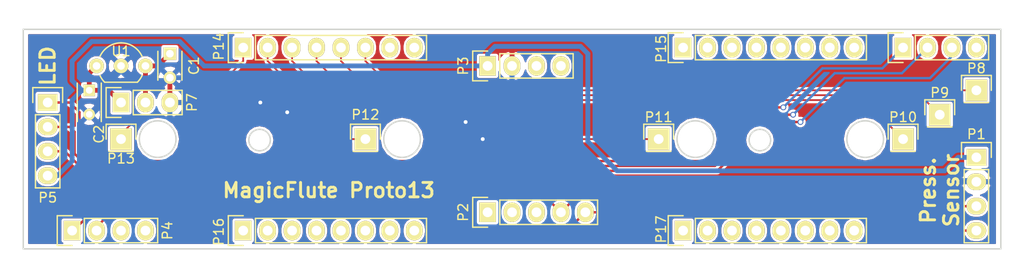
<source format=kicad_pcb>
(kicad_pcb (version 4) (host pcbnew 4.0.1-stable)

  (general
    (links 25)
    (no_connects 0)
    (area 88.871667 74.266666 195.608334 103.533333)
    (thickness 1.6)
    (drawings 13)
    (tracks 149)
    (zones 0)
    (modules 20)
    (nets 15)
  )

  (page A4)
  (layers
    (0 F.Cu signal)
    (31 B.Cu signal hide)
    (32 B.Adhes user)
    (33 F.Adhes user)
    (34 B.Paste user)
    (35 F.Paste user)
    (36 B.SilkS user)
    (37 F.SilkS user)
    (38 B.Mask user)
    (39 F.Mask user)
    (40 Dwgs.User user)
    (41 Cmts.User user)
    (42 Eco1.User user)
    (43 Eco2.User user)
    (44 Edge.Cuts user)
    (45 Margin user)
    (46 B.CrtYd user)
    (47 F.CrtYd user)
    (48 B.Fab user)
    (49 F.Fab user)
  )

  (setup
    (last_trace_width 0.5)
    (user_trace_width 0.18)
    (user_trace_width 0.5)
    (trace_clearance 0.2)
    (zone_clearance 0.25)
    (zone_45_only no)
    (trace_min 0.15)
    (segment_width 0.2)
    (edge_width 0.15)
    (via_size 0.6)
    (via_drill 0.4)
    (via_min_size 0.4)
    (via_min_drill 0.3)
    (uvia_size 0.3)
    (uvia_drill 0.1)
    (uvias_allowed no)
    (uvia_min_size 0.2)
    (uvia_min_drill 0.1)
    (pcb_text_width 0.3)
    (pcb_text_size 1.5 1.5)
    (mod_edge_width 0.15)
    (mod_text_size 1 1)
    (mod_text_width 0.15)
    (pad_size 1.524 1.524)
    (pad_drill 0.762)
    (pad_to_mask_clearance 0.2)
    (aux_axis_origin 0 0)
    (visible_elements FFFEFF7F)
    (pcbplotparams
      (layerselection 0x010f0_80000001)
      (usegerberextensions false)
      (excludeedgelayer true)
      (linewidth 0.100000)
      (plotframeref false)
      (viasonmask false)
      (mode 1)
      (useauxorigin false)
      (hpglpennumber 1)
      (hpglpenspeed 20)
      (hpglpendiameter 15)
      (hpglpenoverlay 2)
      (psnegative false)
      (psa4output false)
      (plotreference true)
      (plotvalue true)
      (plotinvisibletext false)
      (padsonsilk false)
      (subtractmaskfromsilk false)
      (outputformat 1)
      (mirror false)
      (drillshape 0)
      (scaleselection 1)
      (outputdirectory gerber/))
  )

  (net 0 "")
  (net 1 "Net-(C1-Pad1)")
  (net 2 GND)
  (net 3 "Net-(C2-Pad1)")
  (net 4 "Net-(P1-Pad3)")
  (net 5 "Net-(P1-Pad4)")
  (net 6 "Net-(P5-Pad1)")
  (net 7 "Net-(P5-Pad2)")
  (net 8 "Net-(P5-Pad3)")
  (net 9 "Net-(P14-Pad6)")
  (net 10 "Net-(P14-Pad5)")
  (net 11 "Net-(P10-Pad1)")
  (net 12 "Net-(P11-Pad1)")
  (net 13 "Net-(P12-Pad1)")
  (net 14 "Net-(P13-Pad1)")

  (net_class Default "This is the default net class."
    (clearance 0.2)
    (trace_width 0.25)
    (via_dia 0.6)
    (via_drill 0.4)
    (uvia_dia 0.3)
    (uvia_drill 0.1)
    (add_net GND)
    (add_net "Net-(C1-Pad1)")
    (add_net "Net-(C2-Pad1)")
    (add_net "Net-(P1-Pad3)")
    (add_net "Net-(P1-Pad4)")
    (add_net "Net-(P10-Pad1)")
    (add_net "Net-(P11-Pad1)")
    (add_net "Net-(P12-Pad1)")
    (add_net "Net-(P13-Pad1)")
    (add_net "Net-(P14-Pad5)")
    (add_net "Net-(P14-Pad6)")
    (add_net "Net-(P5-Pad1)")
    (add_net "Net-(P5-Pad2)")
    (add_net "Net-(P5-Pad3)")
  )

  (net_class Power ""
    (clearance 0.2)
    (trace_width 0.5)
    (via_dia 0.6)
    (via_drill 0.4)
    (uvia_dia 0.3)
    (uvia_drill 0.1)
  )

  (net_class thin ""
    (clearance 0.2)
    (trace_width 0.18)
    (via_dia 0.6)
    (via_drill 0.4)
    (uvia_dia 0.3)
    (uvia_drill 0.1)
  )

  (module Capacitors_ThroughHole:C_Disc_D3_P2.5 (layer F.Cu) (tedit 0) (tstamp 58D52115)
    (at 106.68 80.01 270)
    (descr "Capacitor 3mm Disc, Pitch 2.5mm")
    (tags Capacitor)
    (path /58D3D24B)
    (fp_text reference C1 (at 1.25 -2.5 270) (layer F.SilkS)
      (effects (font (size 1 1) (thickness 0.15)))
    )
    (fp_text value C_Small (at 1.25 2.5 270) (layer F.Fab)
      (effects (font (size 1 1) (thickness 0.15)))
    )
    (fp_line (start -0.9 -1.5) (end 3.4 -1.5) (layer F.CrtYd) (width 0.05))
    (fp_line (start 3.4 -1.5) (end 3.4 1.5) (layer F.CrtYd) (width 0.05))
    (fp_line (start 3.4 1.5) (end -0.9 1.5) (layer F.CrtYd) (width 0.05))
    (fp_line (start -0.9 1.5) (end -0.9 -1.5) (layer F.CrtYd) (width 0.05))
    (fp_line (start -0.25 -1.25) (end 2.75 -1.25) (layer F.SilkS) (width 0.15))
    (fp_line (start 2.75 1.25) (end -0.25 1.25) (layer F.SilkS) (width 0.15))
    (pad 1 thru_hole rect (at 0 0 270) (size 1.3 1.3) (drill 0.8) (layers *.Cu *.Mask F.SilkS)
      (net 1 "Net-(C1-Pad1)"))
    (pad 2 thru_hole circle (at 2.5 0 270) (size 1.3 1.3) (drill 0.8001) (layers *.Cu *.Mask F.SilkS)
      (net 2 GND))
    (model Capacitors_ThroughHole.3dshapes/C_Disc_D3_P2.5.wrl
      (at (xyz 0.0492126 0 0))
      (scale (xyz 1 1 1))
      (rotate (xyz 0 0 0))
    )
  )

  (module Pin_Headers:Pin_Header_Straight_1x04 (layer F.Cu) (tedit 58D7C4BE) (tstamp 58D52123)
    (at 190.5 90.805)
    (descr "Through hole pin header")
    (tags "pin header")
    (path /58D3F38B)
    (fp_text reference P1 (at 0 -2.413) (layer F.SilkS)
      (effects (font (size 1 1) (thickness 0.15)))
    )
    (fp_text value CONN_01X04 (at 0 -3.1) (layer F.Fab)
      (effects (font (size 1 1) (thickness 0.15)))
    )
    (fp_line (start -1.75 -1.75) (end -1.75 9.4) (layer F.CrtYd) (width 0.05))
    (fp_line (start 1.75 -1.75) (end 1.75 9.4) (layer F.CrtYd) (width 0.05))
    (fp_line (start -1.75 -1.75) (end 1.75 -1.75) (layer F.CrtYd) (width 0.05))
    (fp_line (start -1.75 9.4) (end 1.75 9.4) (layer F.CrtYd) (width 0.05))
    (fp_line (start -1.27 1.27) (end -1.27 8.89) (layer F.SilkS) (width 0.15))
    (fp_line (start 1.27 1.27) (end 1.27 8.89) (layer F.SilkS) (width 0.15))
    (fp_line (start 1.55 -1.55) (end 1.55 0) (layer F.SilkS) (width 0.15))
    (fp_line (start -1.27 8.89) (end 1.27 8.89) (layer F.SilkS) (width 0.15))
    (fp_line (start 1.27 1.27) (end -1.27 1.27) (layer F.SilkS) (width 0.15))
    (fp_line (start -1.55 0) (end -1.55 -1.55) (layer F.SilkS) (width 0.15))
    (fp_line (start -1.55 -1.55) (end 1.55 -1.55) (layer F.SilkS) (width 0.15))
    (pad 1 thru_hole rect (at 0 0) (size 2.032 1.7272) (drill 1.016) (layers *.Cu *.Mask F.SilkS)
      (net 3 "Net-(C2-Pad1)"))
    (pad 2 thru_hole oval (at 0 2.54) (size 2.032 1.7272) (drill 1.016) (layers *.Cu *.Mask F.SilkS)
      (net 2 GND))
    (pad 3 thru_hole oval (at 0 5.08) (size 2.032 1.7272) (drill 1.016) (layers *.Cu *.Mask F.SilkS)
      (net 4 "Net-(P1-Pad3)"))
    (pad 4 thru_hole oval (at 0 7.62) (size 2.032 1.7272) (drill 1.016) (layers *.Cu *.Mask F.SilkS)
      (net 5 "Net-(P1-Pad4)"))
    (model Pin_Headers.3dshapes/Pin_Header_Straight_1x04.wrl
      (at (xyz 0 -0.15 0))
      (scale (xyz 1 1 1))
      (rotate (xyz 0 0 90))
    )
  )

  (module Pin_Headers:Pin_Header_Straight_1x05 (layer F.Cu) (tedit 58D7126C) (tstamp 58D5212C)
    (at 139.7 96.52 90)
    (descr "Through hole pin header")
    (tags "pin header")
    (path /58D3F0C8)
    (fp_text reference P2 (at 0 -2.54 90) (layer F.SilkS)
      (effects (font (size 1 1) (thickness 0.15)))
    )
    (fp_text value CONN_01X05 (at 0 -3.1 90) (layer F.Fab)
      (effects (font (size 1 1) (thickness 0.15)))
    )
    (fp_line (start -1.55 0) (end -1.55 -1.55) (layer F.SilkS) (width 0.15))
    (fp_line (start -1.55 -1.55) (end 1.55 -1.55) (layer F.SilkS) (width 0.15))
    (fp_line (start 1.55 -1.55) (end 1.55 0) (layer F.SilkS) (width 0.15))
    (fp_line (start -1.75 -1.75) (end -1.75 11.95) (layer F.CrtYd) (width 0.05))
    (fp_line (start 1.75 -1.75) (end 1.75 11.95) (layer F.CrtYd) (width 0.05))
    (fp_line (start -1.75 -1.75) (end 1.75 -1.75) (layer F.CrtYd) (width 0.05))
    (fp_line (start -1.75 11.95) (end 1.75 11.95) (layer F.CrtYd) (width 0.05))
    (fp_line (start 1.27 1.27) (end 1.27 11.43) (layer F.SilkS) (width 0.15))
    (fp_line (start 1.27 11.43) (end -1.27 11.43) (layer F.SilkS) (width 0.15))
    (fp_line (start -1.27 11.43) (end -1.27 1.27) (layer F.SilkS) (width 0.15))
    (fp_line (start 1.27 1.27) (end -1.27 1.27) (layer F.SilkS) (width 0.15))
    (pad 1 thru_hole rect (at 0 0 90) (size 2.032 1.7272) (drill 1.016) (layers *.Cu *.Mask F.SilkS))
    (pad 2 thru_hole oval (at 0 2.54 90) (size 2.032 1.7272) (drill 1.016) (layers *.Cu *.Mask F.SilkS))
    (pad 3 thru_hole oval (at 0 5.08 90) (size 2.032 1.7272) (drill 1.016) (layers *.Cu *.Mask F.SilkS))
    (pad 4 thru_hole oval (at 0 7.62 90) (size 2.032 1.7272) (drill 1.016) (layers *.Cu *.Mask F.SilkS)
      (net 4 "Net-(P1-Pad3)"))
    (pad 5 thru_hole oval (at 0 10.16 90) (size 2.032 1.7272) (drill 1.016) (layers *.Cu *.Mask F.SilkS)
      (net 5 "Net-(P1-Pad4)"))
    (model Pin_Headers.3dshapes/Pin_Header_Straight_1x05.wrl
      (at (xyz 0 -0.2 0))
      (scale (xyz 1 1 1))
      (rotate (xyz 0 0 90))
    )
  )

  (module Pin_Headers:Pin_Header_Straight_1x04 (layer F.Cu) (tedit 58D71273) (tstamp 58D52134)
    (at 139.7 81.28 90)
    (descr "Through hole pin header")
    (tags "pin header")
    (path /58D3F10F)
    (fp_text reference P3 (at 0 -2.54 90) (layer F.SilkS)
      (effects (font (size 1 1) (thickness 0.15)))
    )
    (fp_text value CONN_01X04 (at 0 -3.1 90) (layer F.Fab)
      (effects (font (size 1 1) (thickness 0.15)))
    )
    (fp_line (start -1.75 -1.75) (end -1.75 9.4) (layer F.CrtYd) (width 0.05))
    (fp_line (start 1.75 -1.75) (end 1.75 9.4) (layer F.CrtYd) (width 0.05))
    (fp_line (start -1.75 -1.75) (end 1.75 -1.75) (layer F.CrtYd) (width 0.05))
    (fp_line (start -1.75 9.4) (end 1.75 9.4) (layer F.CrtYd) (width 0.05))
    (fp_line (start -1.27 1.27) (end -1.27 8.89) (layer F.SilkS) (width 0.15))
    (fp_line (start 1.27 1.27) (end 1.27 8.89) (layer F.SilkS) (width 0.15))
    (fp_line (start 1.55 -1.55) (end 1.55 0) (layer F.SilkS) (width 0.15))
    (fp_line (start -1.27 8.89) (end 1.27 8.89) (layer F.SilkS) (width 0.15))
    (fp_line (start 1.27 1.27) (end -1.27 1.27) (layer F.SilkS) (width 0.15))
    (fp_line (start -1.55 0) (end -1.55 -1.55) (layer F.SilkS) (width 0.15))
    (fp_line (start -1.55 -1.55) (end 1.55 -1.55) (layer F.SilkS) (width 0.15))
    (pad 1 thru_hole rect (at 0 0 90) (size 2.032 1.7272) (drill 1.016) (layers *.Cu *.Mask F.SilkS)
      (net 3 "Net-(C2-Pad1)"))
    (pad 2 thru_hole oval (at 0 2.54 90) (size 2.032 1.7272) (drill 1.016) (layers *.Cu *.Mask F.SilkS)
      (net 2 GND))
    (pad 3 thru_hole oval (at 0 5.08 90) (size 2.032 1.7272) (drill 1.016) (layers *.Cu *.Mask F.SilkS))
    (pad 4 thru_hole oval (at 0 7.62 90) (size 2.032 1.7272) (drill 1.016) (layers *.Cu *.Mask F.SilkS))
    (model Pin_Headers.3dshapes/Pin_Header_Straight_1x04.wrl
      (at (xyz 0 -0.15 0))
      (scale (xyz 1 1 1))
      (rotate (xyz 0 0 90))
    )
  )

  (module Pin_Headers:Pin_Header_Straight_1x04 (layer F.Cu) (tedit 58D7125E) (tstamp 58D5213C)
    (at 96.52 98.425 90)
    (descr "Through hole pin header")
    (tags "pin header")
    (path /58D3DB69)
    (fp_text reference P4 (at 0 9.906 90) (layer F.SilkS)
      (effects (font (size 1 1) (thickness 0.15)))
    )
    (fp_text value CONN_01X04 (at 0 -3.1 90) (layer F.Fab)
      (effects (font (size 1 1) (thickness 0.15)))
    )
    (fp_line (start -1.75 -1.75) (end -1.75 9.4) (layer F.CrtYd) (width 0.05))
    (fp_line (start 1.75 -1.75) (end 1.75 9.4) (layer F.CrtYd) (width 0.05))
    (fp_line (start -1.75 -1.75) (end 1.75 -1.75) (layer F.CrtYd) (width 0.05))
    (fp_line (start -1.75 9.4) (end 1.75 9.4) (layer F.CrtYd) (width 0.05))
    (fp_line (start -1.27 1.27) (end -1.27 8.89) (layer F.SilkS) (width 0.15))
    (fp_line (start 1.27 1.27) (end 1.27 8.89) (layer F.SilkS) (width 0.15))
    (fp_line (start 1.55 -1.55) (end 1.55 0) (layer F.SilkS) (width 0.15))
    (fp_line (start -1.27 8.89) (end 1.27 8.89) (layer F.SilkS) (width 0.15))
    (fp_line (start 1.27 1.27) (end -1.27 1.27) (layer F.SilkS) (width 0.15))
    (fp_line (start -1.55 0) (end -1.55 -1.55) (layer F.SilkS) (width 0.15))
    (fp_line (start -1.55 -1.55) (end 1.55 -1.55) (layer F.SilkS) (width 0.15))
    (pad 1 thru_hole rect (at 0 0 90) (size 2.032 1.7272) (drill 1.016) (layers *.Cu *.Mask F.SilkS)
      (net 4 "Net-(P1-Pad3)"))
    (pad 2 thru_hole oval (at 0 2.54 90) (size 2.032 1.7272) (drill 1.016) (layers *.Cu *.Mask F.SilkS)
      (net 5 "Net-(P1-Pad4)"))
    (pad 3 thru_hole oval (at 0 5.08 90) (size 2.032 1.7272) (drill 1.016) (layers *.Cu *.Mask F.SilkS))
    (pad 4 thru_hole oval (at 0 7.62 90) (size 2.032 1.7272) (drill 1.016) (layers *.Cu *.Mask F.SilkS))
    (model Pin_Headers.3dshapes/Pin_Header_Straight_1x04.wrl
      (at (xyz 0 -0.15 0))
      (scale (xyz 1 1 1))
      (rotate (xyz 0 0 90))
    )
  )

  (module Pin_Headers:Pin_Header_Straight_1x04 (layer F.Cu) (tedit 58D71253) (tstamp 58D52144)
    (at 93.98 85.09)
    (descr "Through hole pin header")
    (tags "pin header")
    (path /58D3EBFC)
    (fp_text reference P5 (at 0 9.906) (layer F.SilkS)
      (effects (font (size 1 1) (thickness 0.15)))
    )
    (fp_text value CONN_01X04 (at 0 -3.1) (layer F.Fab)
      (effects (font (size 1 1) (thickness 0.15)))
    )
    (fp_line (start -1.75 -1.75) (end -1.75 9.4) (layer F.CrtYd) (width 0.05))
    (fp_line (start 1.75 -1.75) (end 1.75 9.4) (layer F.CrtYd) (width 0.05))
    (fp_line (start -1.75 -1.75) (end 1.75 -1.75) (layer F.CrtYd) (width 0.05))
    (fp_line (start -1.75 9.4) (end 1.75 9.4) (layer F.CrtYd) (width 0.05))
    (fp_line (start -1.27 1.27) (end -1.27 8.89) (layer F.SilkS) (width 0.15))
    (fp_line (start 1.27 1.27) (end 1.27 8.89) (layer F.SilkS) (width 0.15))
    (fp_line (start 1.55 -1.55) (end 1.55 0) (layer F.SilkS) (width 0.15))
    (fp_line (start -1.27 8.89) (end 1.27 8.89) (layer F.SilkS) (width 0.15))
    (fp_line (start 1.27 1.27) (end -1.27 1.27) (layer F.SilkS) (width 0.15))
    (fp_line (start -1.55 0) (end -1.55 -1.55) (layer F.SilkS) (width 0.15))
    (fp_line (start -1.55 -1.55) (end 1.55 -1.55) (layer F.SilkS) (width 0.15))
    (pad 1 thru_hole rect (at 0 0) (size 2.032 1.7272) (drill 1.016) (layers *.Cu *.Mask F.SilkS)
      (net 6 "Net-(P5-Pad1)"))
    (pad 2 thru_hole oval (at 0 2.54) (size 2.032 1.7272) (drill 1.016) (layers *.Cu *.Mask F.SilkS)
      (net 7 "Net-(P5-Pad2)"))
    (pad 3 thru_hole oval (at 0 5.08) (size 2.032 1.7272) (drill 1.016) (layers *.Cu *.Mask F.SilkS)
      (net 8 "Net-(P5-Pad3)"))
    (pad 4 thru_hole oval (at 0 7.62) (size 2.032 1.7272) (drill 1.016) (layers *.Cu *.Mask F.SilkS)
      (net 3 "Net-(C2-Pad1)"))
    (model Pin_Headers.3dshapes/Pin_Header_Straight_1x04.wrl
      (at (xyz 0 -0.15 0))
      (scale (xyz 1 1 1))
      (rotate (xyz 0 0 90))
    )
  )

  (module Pin_Headers:Pin_Header_Straight_1x04 (layer F.Cu) (tedit 0) (tstamp 58D5214C)
    (at 182.88 79.375 90)
    (descr "Through hole pin header")
    (tags "pin header")
    (path /58D3E47E)
    (fp_text reference P6 (at 0 -5.1 90) (layer F.SilkS)
      (effects (font (size 1 1) (thickness 0.15)))
    )
    (fp_text value CONN_01X04 (at 0 -3.1 90) (layer F.Fab)
      (effects (font (size 1 1) (thickness 0.15)))
    )
    (fp_line (start -1.75 -1.75) (end -1.75 9.4) (layer F.CrtYd) (width 0.05))
    (fp_line (start 1.75 -1.75) (end 1.75 9.4) (layer F.CrtYd) (width 0.05))
    (fp_line (start -1.75 -1.75) (end 1.75 -1.75) (layer F.CrtYd) (width 0.05))
    (fp_line (start -1.75 9.4) (end 1.75 9.4) (layer F.CrtYd) (width 0.05))
    (fp_line (start -1.27 1.27) (end -1.27 8.89) (layer F.SilkS) (width 0.15))
    (fp_line (start 1.27 1.27) (end 1.27 8.89) (layer F.SilkS) (width 0.15))
    (fp_line (start 1.55 -1.55) (end 1.55 0) (layer F.SilkS) (width 0.15))
    (fp_line (start -1.27 8.89) (end 1.27 8.89) (layer F.SilkS) (width 0.15))
    (fp_line (start 1.27 1.27) (end -1.27 1.27) (layer F.SilkS) (width 0.15))
    (fp_line (start -1.55 0) (end -1.55 -1.55) (layer F.SilkS) (width 0.15))
    (fp_line (start -1.55 -1.55) (end 1.55 -1.55) (layer F.SilkS) (width 0.15))
    (pad 1 thru_hole rect (at 0 0 90) (size 2.032 1.7272) (drill 1.016) (layers *.Cu *.Mask F.SilkS)
      (net 6 "Net-(P5-Pad1)"))
    (pad 2 thru_hole oval (at 0 2.54 90) (size 2.032 1.7272) (drill 1.016) (layers *.Cu *.Mask F.SilkS)
      (net 7 "Net-(P5-Pad2)"))
    (pad 3 thru_hole oval (at 0 5.08 90) (size 2.032 1.7272) (drill 1.016) (layers *.Cu *.Mask F.SilkS)
      (net 8 "Net-(P5-Pad3)"))
    (pad 4 thru_hole oval (at 0 7.62 90) (size 2.032 1.7272) (drill 1.016) (layers *.Cu *.Mask F.SilkS))
    (model Pin_Headers.3dshapes/Pin_Header_Straight_1x04.wrl
      (at (xyz 0 -0.15 0))
      (scale (xyz 1 1 1))
      (rotate (xyz 0 0 90))
    )
  )

  (module Pin_Headers:Pin_Header_Straight_1x03 (layer F.Cu) (tedit 58D7C824) (tstamp 58D52153)
    (at 101.6 85.09 90)
    (descr "Through hole pin header")
    (tags "pin header")
    (path /58D3D204)
    (fp_text reference P7 (at 0 7.366 90) (layer F.SilkS)
      (effects (font (size 1 1) (thickness 0.15)))
    )
    (fp_text value CONN_01X03 (at 0 -3.1 90) (layer F.Fab)
      (effects (font (size 1 1) (thickness 0.15)))
    )
    (fp_line (start -1.75 -1.75) (end -1.75 6.85) (layer F.CrtYd) (width 0.05))
    (fp_line (start 1.75 -1.75) (end 1.75 6.85) (layer F.CrtYd) (width 0.05))
    (fp_line (start -1.75 -1.75) (end 1.75 -1.75) (layer F.CrtYd) (width 0.05))
    (fp_line (start -1.75 6.85) (end 1.75 6.85) (layer F.CrtYd) (width 0.05))
    (fp_line (start -1.27 1.27) (end -1.27 6.35) (layer F.SilkS) (width 0.15))
    (fp_line (start -1.27 6.35) (end 1.27 6.35) (layer F.SilkS) (width 0.15))
    (fp_line (start 1.27 6.35) (end 1.27 1.27) (layer F.SilkS) (width 0.15))
    (fp_line (start 1.55 -1.55) (end 1.55 0) (layer F.SilkS) (width 0.15))
    (fp_line (start 1.27 1.27) (end -1.27 1.27) (layer F.SilkS) (width 0.15))
    (fp_line (start -1.55 0) (end -1.55 -1.55) (layer F.SilkS) (width 0.15))
    (fp_line (start -1.55 -1.55) (end 1.55 -1.55) (layer F.SilkS) (width 0.15))
    (pad 1 thru_hole rect (at 0 0 90) (size 2.032 1.7272) (drill 1.016) (layers *.Cu *.Mask F.SilkS)
      (net 3 "Net-(C2-Pad1)"))
    (pad 2 thru_hole oval (at 0 2.54 90) (size 2.032 1.7272) (drill 1.016) (layers *.Cu *.Mask F.SilkS)
      (net 1 "Net-(C1-Pad1)"))
    (pad 3 thru_hole oval (at 0 5.08 90) (size 2.032 1.7272) (drill 1.016) (layers *.Cu *.Mask F.SilkS)
      (net 2 GND))
    (model Pin_Headers.3dshapes/Pin_Header_Straight_1x03.wrl
      (at (xyz 0 -0.1 0))
      (scale (xyz 1 1 1))
      (rotate (xyz 0 0 90))
    )
  )

  (module Pin_Headers:Pin_Header_Straight_1x01 (layer F.Cu) (tedit 58D7C594) (tstamp 58D52158)
    (at 190.5 83.82)
    (descr "Through hole pin header")
    (tags "pin header")
    (path /58D3E5ED)
    (fp_text reference P8 (at 0 -2.286) (layer F.SilkS)
      (effects (font (size 1 1) (thickness 0.15)))
    )
    (fp_text value CONN_01X01 (at 0 -3.1) (layer F.Fab)
      (effects (font (size 1 1) (thickness 0.15)))
    )
    (fp_line (start 1.55 -1.55) (end 1.55 0) (layer F.SilkS) (width 0.15))
    (fp_line (start -1.75 -1.75) (end -1.75 1.75) (layer F.CrtYd) (width 0.05))
    (fp_line (start 1.75 -1.75) (end 1.75 1.75) (layer F.CrtYd) (width 0.05))
    (fp_line (start -1.75 -1.75) (end 1.75 -1.75) (layer F.CrtYd) (width 0.05))
    (fp_line (start -1.75 1.75) (end 1.75 1.75) (layer F.CrtYd) (width 0.05))
    (fp_line (start -1.55 0) (end -1.55 -1.55) (layer F.SilkS) (width 0.15))
    (fp_line (start -1.55 -1.55) (end 1.55 -1.55) (layer F.SilkS) (width 0.15))
    (fp_line (start -1.27 1.27) (end 1.27 1.27) (layer F.SilkS) (width 0.15))
    (pad 1 thru_hole rect (at 0 0) (size 2.2352 2.2352) (drill 1.016) (layers *.Cu *.Mask F.SilkS)
      (net 9 "Net-(P14-Pad6)"))
    (model Pin_Headers.3dshapes/Pin_Header_Straight_1x01.wrl
      (at (xyz 0 0 0))
      (scale (xyz 1 1 1))
      (rotate (xyz 0 0 90))
    )
  )

  (module Pin_Headers:Pin_Header_Straight_1x01 (layer F.Cu) (tedit 58D7C62F) (tstamp 58D5215D)
    (at 186.69 86.36)
    (descr "Through hole pin header")
    (tags "pin header")
    (path /58D3E5BA)
    (fp_text reference P9 (at 0 -2.286) (layer F.SilkS)
      (effects (font (size 1 1) (thickness 0.15)))
    )
    (fp_text value CONN_01X01 (at 0 -3.1) (layer F.Fab)
      (effects (font (size 1 1) (thickness 0.15)))
    )
    (fp_line (start 1.55 -1.55) (end 1.55 0) (layer F.SilkS) (width 0.15))
    (fp_line (start -1.75 -1.75) (end -1.75 1.75) (layer F.CrtYd) (width 0.05))
    (fp_line (start 1.75 -1.75) (end 1.75 1.75) (layer F.CrtYd) (width 0.05))
    (fp_line (start -1.75 -1.75) (end 1.75 -1.75) (layer F.CrtYd) (width 0.05))
    (fp_line (start -1.75 1.75) (end 1.75 1.75) (layer F.CrtYd) (width 0.05))
    (fp_line (start -1.55 0) (end -1.55 -1.55) (layer F.SilkS) (width 0.15))
    (fp_line (start -1.55 -1.55) (end 1.55 -1.55) (layer F.SilkS) (width 0.15))
    (fp_line (start -1.27 1.27) (end 1.27 1.27) (layer F.SilkS) (width 0.15))
    (pad 1 thru_hole rect (at 0 0) (size 2.2352 2.2352) (drill 1.016) (layers *.Cu *.Mask F.SilkS)
      (net 10 "Net-(P14-Pad5)"))
    (model Pin_Headers.3dshapes/Pin_Header_Straight_1x01.wrl
      (at (xyz 0 0 0))
      (scale (xyz 1 1 1))
      (rotate (xyz 0 0 90))
    )
  )

  (module Pin_Headers:Pin_Header_Straight_1x01 (layer F.Cu) (tedit 58D7C55D) (tstamp 58D52162)
    (at 182.88 88.9)
    (descr "Through hole pin header")
    (tags "pin header")
    (path /58D3E589)
    (fp_text reference P10 (at 0 -2.286) (layer F.SilkS)
      (effects (font (size 1 1) (thickness 0.15)))
    )
    (fp_text value CONN_01X01 (at 0 -3.1) (layer F.Fab)
      (effects (font (size 1 1) (thickness 0.15)))
    )
    (fp_line (start 1.55 -1.55) (end 1.55 0) (layer F.SilkS) (width 0.15))
    (fp_line (start -1.75 -1.75) (end -1.75 1.75) (layer F.CrtYd) (width 0.05))
    (fp_line (start 1.75 -1.75) (end 1.75 1.75) (layer F.CrtYd) (width 0.05))
    (fp_line (start -1.75 -1.75) (end 1.75 -1.75) (layer F.CrtYd) (width 0.05))
    (fp_line (start -1.75 1.75) (end 1.75 1.75) (layer F.CrtYd) (width 0.05))
    (fp_line (start -1.55 0) (end -1.55 -1.55) (layer F.SilkS) (width 0.15))
    (fp_line (start -1.55 -1.55) (end 1.55 -1.55) (layer F.SilkS) (width 0.15))
    (fp_line (start -1.27 1.27) (end 1.27 1.27) (layer F.SilkS) (width 0.15))
    (pad 1 thru_hole rect (at 0 0) (size 2.2352 2.2352) (drill 1.016) (layers *.Cu *.Mask F.SilkS)
      (net 11 "Net-(P10-Pad1)"))
    (model Pin_Headers.3dshapes/Pin_Header_Straight_1x01.wrl
      (at (xyz 0 0 0))
      (scale (xyz 1 1 1))
      (rotate (xyz 0 0 90))
    )
  )

  (module Pin_Headers:Pin_Header_Straight_1x01 (layer F.Cu) (tedit 58D7C554) (tstamp 58D52167)
    (at 157.48 88.9)
    (descr "Through hole pin header")
    (tags "pin header")
    (path /58D3E55A)
    (fp_text reference P11 (at 0 -2.286) (layer F.SilkS)
      (effects (font (size 1 1) (thickness 0.15)))
    )
    (fp_text value CONN_01X01 (at 0 -3.1) (layer F.Fab)
      (effects (font (size 1 1) (thickness 0.15)))
    )
    (fp_line (start 1.55 -1.55) (end 1.55 0) (layer F.SilkS) (width 0.15))
    (fp_line (start -1.75 -1.75) (end -1.75 1.75) (layer F.CrtYd) (width 0.05))
    (fp_line (start 1.75 -1.75) (end 1.75 1.75) (layer F.CrtYd) (width 0.05))
    (fp_line (start -1.75 -1.75) (end 1.75 -1.75) (layer F.CrtYd) (width 0.05))
    (fp_line (start -1.75 1.75) (end 1.75 1.75) (layer F.CrtYd) (width 0.05))
    (fp_line (start -1.55 0) (end -1.55 -1.55) (layer F.SilkS) (width 0.15))
    (fp_line (start -1.55 -1.55) (end 1.55 -1.55) (layer F.SilkS) (width 0.15))
    (fp_line (start -1.27 1.27) (end 1.27 1.27) (layer F.SilkS) (width 0.15))
    (pad 1 thru_hole rect (at 0 0) (size 2.2352 2.2352) (drill 1.016) (layers *.Cu *.Mask F.SilkS)
      (net 12 "Net-(P11-Pad1)"))
    (model Pin_Headers.3dshapes/Pin_Header_Straight_1x01.wrl
      (at (xyz 0 0 0))
      (scale (xyz 1 1 1))
      (rotate (xyz 0 0 90))
    )
  )

  (module Pin_Headers:Pin_Header_Straight_1x01 (layer F.Cu) (tedit 58D7C566) (tstamp 58D5216C)
    (at 127 88.9)
    (descr "Through hole pin header")
    (tags "pin header")
    (path /58D3E52D)
    (fp_text reference P12 (at 0 -2.54) (layer F.SilkS)
      (effects (font (size 1 1) (thickness 0.15)))
    )
    (fp_text value CONN_01X01 (at 0 -3.1) (layer F.Fab)
      (effects (font (size 1 1) (thickness 0.15)))
    )
    (fp_line (start 1.55 -1.55) (end 1.55 0) (layer F.SilkS) (width 0.15))
    (fp_line (start -1.75 -1.75) (end -1.75 1.75) (layer F.CrtYd) (width 0.05))
    (fp_line (start 1.75 -1.75) (end 1.75 1.75) (layer F.CrtYd) (width 0.05))
    (fp_line (start -1.75 -1.75) (end 1.75 -1.75) (layer F.CrtYd) (width 0.05))
    (fp_line (start -1.75 1.75) (end 1.75 1.75) (layer F.CrtYd) (width 0.05))
    (fp_line (start -1.55 0) (end -1.55 -1.55) (layer F.SilkS) (width 0.15))
    (fp_line (start -1.55 -1.55) (end 1.55 -1.55) (layer F.SilkS) (width 0.15))
    (fp_line (start -1.27 1.27) (end 1.27 1.27) (layer F.SilkS) (width 0.15))
    (pad 1 thru_hole rect (at 0 0) (size 2.2352 2.2352) (drill 1.016) (layers *.Cu *.Mask F.SilkS)
      (net 13 "Net-(P12-Pad1)"))
    (model Pin_Headers.3dshapes/Pin_Header_Straight_1x01.wrl
      (at (xyz 0 0 0))
      (scale (xyz 1 1 1))
      (rotate (xyz 0 0 90))
    )
  )

  (module Pin_Headers:Pin_Header_Straight_1x01 (layer F.Cu) (tedit 58D7D235) (tstamp 58D52171)
    (at 101.6 88.9)
    (descr "Through hole pin header")
    (tags "pin header")
    (path /58D3E4F0)
    (fp_text reference P13 (at 0 2.032) (layer F.SilkS)
      (effects (font (size 1 1) (thickness 0.15)))
    )
    (fp_text value CONN_01X01 (at 0 -3.1) (layer F.Fab)
      (effects (font (size 1 1) (thickness 0.15)))
    )
    (fp_line (start 1.55 -1.55) (end 1.55 0) (layer F.SilkS) (width 0.15))
    (fp_line (start -1.75 -1.75) (end -1.75 1.75) (layer F.CrtYd) (width 0.05))
    (fp_line (start 1.75 -1.75) (end 1.75 1.75) (layer F.CrtYd) (width 0.05))
    (fp_line (start -1.75 -1.75) (end 1.75 -1.75) (layer F.CrtYd) (width 0.05))
    (fp_line (start -1.75 1.75) (end 1.75 1.75) (layer F.CrtYd) (width 0.05))
    (fp_line (start -1.55 0) (end -1.55 -1.55) (layer F.SilkS) (width 0.15))
    (fp_line (start -1.55 -1.55) (end 1.55 -1.55) (layer F.SilkS) (width 0.15))
    (fp_line (start -1.27 1.27) (end 1.27 1.27) (layer F.SilkS) (width 0.15))
    (pad 1 thru_hole rect (at 0 0) (size 2.2352 2.2352) (drill 1.016) (layers *.Cu *.Mask F.SilkS)
      (net 14 "Net-(P13-Pad1)"))
    (model Pin_Headers.3dshapes/Pin_Header_Straight_1x01.wrl
      (at (xyz 0 0 0))
      (scale (xyz 1 1 1))
      (rotate (xyz 0 0 90))
    )
  )

  (module Pin_Headers:Pin_Header_Straight_1x08 (layer F.Cu) (tedit 58D7123F) (tstamp 58D5217D)
    (at 114.3 79.375 90)
    (descr "Through hole pin header")
    (tags "pin header")
    (path /58D3DBA9)
    (fp_text reference P14 (at 0.127 -2.54 90) (layer F.SilkS)
      (effects (font (size 1 1) (thickness 0.15)))
    )
    (fp_text value CONN_01X08 (at 0 -3.1 90) (layer F.Fab)
      (effects (font (size 1 1) (thickness 0.15)))
    )
    (fp_line (start -1.75 -1.75) (end -1.75 19.55) (layer F.CrtYd) (width 0.05))
    (fp_line (start 1.75 -1.75) (end 1.75 19.55) (layer F.CrtYd) (width 0.05))
    (fp_line (start -1.75 -1.75) (end 1.75 -1.75) (layer F.CrtYd) (width 0.05))
    (fp_line (start -1.75 19.55) (end 1.75 19.55) (layer F.CrtYd) (width 0.05))
    (fp_line (start 1.27 1.27) (end 1.27 19.05) (layer F.SilkS) (width 0.15))
    (fp_line (start 1.27 19.05) (end -1.27 19.05) (layer F.SilkS) (width 0.15))
    (fp_line (start -1.27 19.05) (end -1.27 1.27) (layer F.SilkS) (width 0.15))
    (fp_line (start 1.55 -1.55) (end 1.55 0) (layer F.SilkS) (width 0.15))
    (fp_line (start 1.27 1.27) (end -1.27 1.27) (layer F.SilkS) (width 0.15))
    (fp_line (start -1.55 0) (end -1.55 -1.55) (layer F.SilkS) (width 0.15))
    (fp_line (start -1.55 -1.55) (end 1.55 -1.55) (layer F.SilkS) (width 0.15))
    (pad 1 thru_hole rect (at 0 0 90) (size 2.032 1.7272) (drill 1.016) (layers *.Cu *.Mask F.SilkS)
      (net 14 "Net-(P13-Pad1)"))
    (pad 2 thru_hole oval (at 0 2.54 90) (size 2.032 1.7272) (drill 1.016) (layers *.Cu *.Mask F.SilkS)
      (net 13 "Net-(P12-Pad1)"))
    (pad 3 thru_hole oval (at 0 5.08 90) (size 2.032 1.7272) (drill 1.016) (layers *.Cu *.Mask F.SilkS)
      (net 12 "Net-(P11-Pad1)"))
    (pad 4 thru_hole oval (at 0 7.62 90) (size 2.032 1.7272) (drill 1.016) (layers *.Cu *.Mask F.SilkS)
      (net 11 "Net-(P10-Pad1)"))
    (pad 5 thru_hole oval (at 0 10.16 90) (size 2.032 1.7272) (drill 1.016) (layers *.Cu *.Mask F.SilkS)
      (net 10 "Net-(P14-Pad5)"))
    (pad 6 thru_hole oval (at 0 12.7 90) (size 2.032 1.7272) (drill 1.016) (layers *.Cu *.Mask F.SilkS)
      (net 9 "Net-(P14-Pad6)"))
    (pad 7 thru_hole oval (at 0 15.24 90) (size 2.032 1.7272) (drill 1.016) (layers *.Cu *.Mask F.SilkS))
    (pad 8 thru_hole oval (at 0 17.78 90) (size 2.032 1.7272) (drill 1.016) (layers *.Cu *.Mask F.SilkS))
    (model Pin_Headers.3dshapes/Pin_Header_Straight_1x08.wrl
      (at (xyz 0 -0.35 0))
      (scale (xyz 1 1 1))
      (rotate (xyz 0 0 90))
    )
  )

  (module Pin_Headers:Pin_Header_Straight_1x08 (layer F.Cu) (tedit 58D7127D) (tstamp 58D52189)
    (at 160.02 79.375 90)
    (descr "Through hole pin header")
    (tags "pin header")
    (path /58D3DBE6)
    (fp_text reference P15 (at -0.127 -2.286 90) (layer F.SilkS)
      (effects (font (size 1 1) (thickness 0.15)))
    )
    (fp_text value CONN_01X08 (at 0 -3.1 90) (layer F.Fab)
      (effects (font (size 1 1) (thickness 0.15)))
    )
    (fp_line (start -1.75 -1.75) (end -1.75 19.55) (layer F.CrtYd) (width 0.05))
    (fp_line (start 1.75 -1.75) (end 1.75 19.55) (layer F.CrtYd) (width 0.05))
    (fp_line (start -1.75 -1.75) (end 1.75 -1.75) (layer F.CrtYd) (width 0.05))
    (fp_line (start -1.75 19.55) (end 1.75 19.55) (layer F.CrtYd) (width 0.05))
    (fp_line (start 1.27 1.27) (end 1.27 19.05) (layer F.SilkS) (width 0.15))
    (fp_line (start 1.27 19.05) (end -1.27 19.05) (layer F.SilkS) (width 0.15))
    (fp_line (start -1.27 19.05) (end -1.27 1.27) (layer F.SilkS) (width 0.15))
    (fp_line (start 1.55 -1.55) (end 1.55 0) (layer F.SilkS) (width 0.15))
    (fp_line (start 1.27 1.27) (end -1.27 1.27) (layer F.SilkS) (width 0.15))
    (fp_line (start -1.55 0) (end -1.55 -1.55) (layer F.SilkS) (width 0.15))
    (fp_line (start -1.55 -1.55) (end 1.55 -1.55) (layer F.SilkS) (width 0.15))
    (pad 1 thru_hole rect (at 0 0 90) (size 2.032 1.7272) (drill 1.016) (layers *.Cu *.Mask F.SilkS))
    (pad 2 thru_hole oval (at 0 2.54 90) (size 2.032 1.7272) (drill 1.016) (layers *.Cu *.Mask F.SilkS))
    (pad 3 thru_hole oval (at 0 5.08 90) (size 2.032 1.7272) (drill 1.016) (layers *.Cu *.Mask F.SilkS))
    (pad 4 thru_hole oval (at 0 7.62 90) (size 2.032 1.7272) (drill 1.016) (layers *.Cu *.Mask F.SilkS))
    (pad 5 thru_hole oval (at 0 10.16 90) (size 2.032 1.7272) (drill 1.016) (layers *.Cu *.Mask F.SilkS))
    (pad 6 thru_hole oval (at 0 12.7 90) (size 2.032 1.7272) (drill 1.016) (layers *.Cu *.Mask F.SilkS))
    (pad 7 thru_hole oval (at 0 15.24 90) (size 2.032 1.7272) (drill 1.016) (layers *.Cu *.Mask F.SilkS))
    (pad 8 thru_hole oval (at 0 17.78 90) (size 2.032 1.7272) (drill 1.016) (layers *.Cu *.Mask F.SilkS))
    (model Pin_Headers.3dshapes/Pin_Header_Straight_1x08.wrl
      (at (xyz 0 -0.35 0))
      (scale (xyz 1 1 1))
      (rotate (xyz 0 0 90))
    )
  )

  (module Pin_Headers:Pin_Header_Straight_1x08 (layer F.Cu) (tedit 58D71264) (tstamp 58D52195)
    (at 114.3 98.425 90)
    (descr "Through hole pin header")
    (tags "pin header")
    (path /58D3DC1B)
    (fp_text reference P16 (at -0.127 -2.54 90) (layer F.SilkS)
      (effects (font (size 1 1) (thickness 0.15)))
    )
    (fp_text value CONN_01X08 (at 0 -3.1 90) (layer F.Fab)
      (effects (font (size 1 1) (thickness 0.15)))
    )
    (fp_line (start -1.75 -1.75) (end -1.75 19.55) (layer F.CrtYd) (width 0.05))
    (fp_line (start 1.75 -1.75) (end 1.75 19.55) (layer F.CrtYd) (width 0.05))
    (fp_line (start -1.75 -1.75) (end 1.75 -1.75) (layer F.CrtYd) (width 0.05))
    (fp_line (start -1.75 19.55) (end 1.75 19.55) (layer F.CrtYd) (width 0.05))
    (fp_line (start 1.27 1.27) (end 1.27 19.05) (layer F.SilkS) (width 0.15))
    (fp_line (start 1.27 19.05) (end -1.27 19.05) (layer F.SilkS) (width 0.15))
    (fp_line (start -1.27 19.05) (end -1.27 1.27) (layer F.SilkS) (width 0.15))
    (fp_line (start 1.55 -1.55) (end 1.55 0) (layer F.SilkS) (width 0.15))
    (fp_line (start 1.27 1.27) (end -1.27 1.27) (layer F.SilkS) (width 0.15))
    (fp_line (start -1.55 0) (end -1.55 -1.55) (layer F.SilkS) (width 0.15))
    (fp_line (start -1.55 -1.55) (end 1.55 -1.55) (layer F.SilkS) (width 0.15))
    (pad 1 thru_hole rect (at 0 0 90) (size 2.032 1.7272) (drill 1.016) (layers *.Cu *.Mask F.SilkS))
    (pad 2 thru_hole oval (at 0 2.54 90) (size 2.032 1.7272) (drill 1.016) (layers *.Cu *.Mask F.SilkS))
    (pad 3 thru_hole oval (at 0 5.08 90) (size 2.032 1.7272) (drill 1.016) (layers *.Cu *.Mask F.SilkS))
    (pad 4 thru_hole oval (at 0 7.62 90) (size 2.032 1.7272) (drill 1.016) (layers *.Cu *.Mask F.SilkS))
    (pad 5 thru_hole oval (at 0 10.16 90) (size 2.032 1.7272) (drill 1.016) (layers *.Cu *.Mask F.SilkS))
    (pad 6 thru_hole oval (at 0 12.7 90) (size 2.032 1.7272) (drill 1.016) (layers *.Cu *.Mask F.SilkS))
    (pad 7 thru_hole oval (at 0 15.24 90) (size 2.032 1.7272) (drill 1.016) (layers *.Cu *.Mask F.SilkS))
    (pad 8 thru_hole oval (at 0 17.78 90) (size 2.032 1.7272) (drill 1.016) (layers *.Cu *.Mask F.SilkS))
    (model Pin_Headers.3dshapes/Pin_Header_Straight_1x08.wrl
      (at (xyz 0 -0.35 0))
      (scale (xyz 1 1 1))
      (rotate (xyz 0 0 90))
    )
  )

  (module Pin_Headers:Pin_Header_Straight_1x08 (layer F.Cu) (tedit 58D71287) (tstamp 58D521A1)
    (at 160.02 98.425 90)
    (descr "Through hole pin header")
    (tags "pin header")
    (path /58D3DC50)
    (fp_text reference P17 (at 0.127 -2.286 90) (layer F.SilkS)
      (effects (font (size 1 1) (thickness 0.15)))
    )
    (fp_text value CONN_01X08 (at 0 -3.1 90) (layer F.Fab)
      (effects (font (size 1 1) (thickness 0.15)))
    )
    (fp_line (start -1.75 -1.75) (end -1.75 19.55) (layer F.CrtYd) (width 0.05))
    (fp_line (start 1.75 -1.75) (end 1.75 19.55) (layer F.CrtYd) (width 0.05))
    (fp_line (start -1.75 -1.75) (end 1.75 -1.75) (layer F.CrtYd) (width 0.05))
    (fp_line (start -1.75 19.55) (end 1.75 19.55) (layer F.CrtYd) (width 0.05))
    (fp_line (start 1.27 1.27) (end 1.27 19.05) (layer F.SilkS) (width 0.15))
    (fp_line (start 1.27 19.05) (end -1.27 19.05) (layer F.SilkS) (width 0.15))
    (fp_line (start -1.27 19.05) (end -1.27 1.27) (layer F.SilkS) (width 0.15))
    (fp_line (start 1.55 -1.55) (end 1.55 0) (layer F.SilkS) (width 0.15))
    (fp_line (start 1.27 1.27) (end -1.27 1.27) (layer F.SilkS) (width 0.15))
    (fp_line (start -1.55 0) (end -1.55 -1.55) (layer F.SilkS) (width 0.15))
    (fp_line (start -1.55 -1.55) (end 1.55 -1.55) (layer F.SilkS) (width 0.15))
    (pad 1 thru_hole rect (at 0 0 90) (size 2.032 1.7272) (drill 1.016) (layers *.Cu *.Mask F.SilkS))
    (pad 2 thru_hole oval (at 0 2.54 90) (size 2.032 1.7272) (drill 1.016) (layers *.Cu *.Mask F.SilkS))
    (pad 3 thru_hole oval (at 0 5.08 90) (size 2.032 1.7272) (drill 1.016) (layers *.Cu *.Mask F.SilkS))
    (pad 4 thru_hole oval (at 0 7.62 90) (size 2.032 1.7272) (drill 1.016) (layers *.Cu *.Mask F.SilkS))
    (pad 5 thru_hole oval (at 0 10.16 90) (size 2.032 1.7272) (drill 1.016) (layers *.Cu *.Mask F.SilkS))
    (pad 6 thru_hole oval (at 0 12.7 90) (size 2.032 1.7272) (drill 1.016) (layers *.Cu *.Mask F.SilkS))
    (pad 7 thru_hole oval (at 0 15.24 90) (size 2.032 1.7272) (drill 1.016) (layers *.Cu *.Mask F.SilkS))
    (pad 8 thru_hole oval (at 0 17.78 90) (size 2.032 1.7272) (drill 1.016) (layers *.Cu *.Mask F.SilkS))
    (model Pin_Headers.3dshapes/Pin_Header_Straight_1x08.wrl
      (at (xyz 0 -0.35 0))
      (scale (xyz 1 1 1))
      (rotate (xyz 0 0 90))
    )
  )

  (module TO_SOT_Packages_THT:TO-92_Inline_Wide (layer F.Cu) (tedit 58D71247) (tstamp 58D521A8)
    (at 99.06 81.28)
    (descr "TO-92 leads in-line, wide, drill 0.8mm (see NXP sot054_po.pdf)")
    (tags "to-92 sc-43 sc-43a sot54 PA33 transistor")
    (path /58D3D933)
    (fp_text reference U1 (at 2.54 -1.524 180) (layer F.SilkS)
      (effects (font (size 1 1) (thickness 0.15)))
    )
    (fp_text value XC6202 (at 0 3) (layer F.Fab)
      (effects (font (size 1 1) (thickness 0.15)))
    )
    (fp_arc (start 2.54 0) (end 0.84 1.7) (angle 20.5) (layer F.SilkS) (width 0.15))
    (fp_arc (start 2.54 0) (end 4.24 1.7) (angle -20.5) (layer F.SilkS) (width 0.15))
    (fp_line (start -1 1.95) (end -1 -2.65) (layer F.CrtYd) (width 0.05))
    (fp_line (start -1 1.95) (end 6.1 1.95) (layer F.CrtYd) (width 0.05))
    (fp_line (start 0.84 1.7) (end 4.24 1.7) (layer F.SilkS) (width 0.15))
    (fp_arc (start 2.54 0) (end 2.54 -2.4) (angle -65.55604127) (layer F.SilkS) (width 0.15))
    (fp_arc (start 2.54 0) (end 2.54 -2.4) (angle 65.55604127) (layer F.SilkS) (width 0.15))
    (fp_line (start -1 -2.65) (end 6.1 -2.65) (layer F.CrtYd) (width 0.05))
    (fp_line (start 6.1 1.95) (end 6.1 -2.65) (layer F.CrtYd) (width 0.05))
    (pad 2 thru_hole circle (at 2.54 0 90) (size 1.524 1.524) (drill 0.8) (layers *.Cu *.Mask F.SilkS)
      (net 2 GND))
    (pad 3 thru_hole circle (at 5.08 0 90) (size 1.524 1.524) (drill 0.8) (layers *.Cu *.Mask F.SilkS)
      (net 1 "Net-(C1-Pad1)"))
    (pad 1 thru_hole circle (at 0 0 90) (size 1.524 1.524) (drill 0.8) (layers *.Cu *.Mask F.SilkS)
      (net 3 "Net-(C2-Pad1)"))
    (model TO_SOT_Packages_THT.3dshapes/TO-92_Inline_Wide.wrl
      (at (xyz 0.1 0 0))
      (scale (xyz 1 1 1))
      (rotate (xyz 0 0 -90))
    )
  )

  (module Capacitors_ThroughHole:C_Rect_L4_W2.5_P2.5 (layer F.Cu) (tedit 58D7C83C) (tstamp 58D52403)
    (at 98.298 83.82 270)
    (descr "Film Capacitor Length 4mm x Width 2.5mm, Pitch 2.5mm")
    (tags Capacitor)
    (path /58D3D275)
    (fp_text reference C2 (at 4.572 -1.016 270) (layer F.SilkS)
      (effects (font (size 1 1) (thickness 0.15)))
    )
    (fp_text value C (at 1.25 2.5 270) (layer F.Fab)
      (effects (font (size 1 1) (thickness 0.15)))
    )
    (fp_line (start -1 -1.5) (end 3.5 -1.5) (layer F.CrtYd) (width 0.05))
    (fp_line (start 3.5 -1.5) (end 3.5 1.5) (layer F.CrtYd) (width 0.05))
    (fp_line (start 3.5 1.5) (end -1 1.5) (layer F.CrtYd) (width 0.05))
    (fp_line (start -1 1.5) (end -1 -1.5) (layer F.CrtYd) (width 0.05))
    (fp_line (start -0.75 -1.25) (end 3.25 -1.25) (layer F.SilkS) (width 0.15))
    (fp_line (start -0.75 1.25) (end 3.25 1.25) (layer F.SilkS) (width 0.15))
    (pad 1 thru_hole rect (at 0 0 270) (size 1.2 1.2) (drill 0.7) (layers *.Cu *.Mask F.SilkS)
      (net 3 "Net-(C2-Pad1)"))
    (pad 2 thru_hole circle (at 2.5 0 270) (size 1.2 1.2) (drill 0.7) (layers *.Cu *.Mask F.SilkS)
      (net 2 GND))
  )

  (gr_text "Press.\nSensor" (at 186.69 94.234 90) (layer F.SilkS)
    (effects (font (size 1.5 1.5) (thickness 0.3)))
  )
  (gr_text LED (at 93.98 81.28 90) (layer F.SilkS)
    (effects (font (size 1.5 1.5) (thickness 0.3)))
  )
  (gr_text "MagicFlute Proto13" (at 123.19 94.234) (layer F.SilkS)
    (effects (font (size 1.5 1.5) (thickness 0.3)))
  )
  (gr_circle (center 178.943 88.9) (end 178.943 90.805) (layer Edge.Cuts) (width 0.15))
  (gr_circle (center 161.29 88.9) (end 161.29 90.805) (layer Edge.Cuts) (width 0.15))
  (gr_circle (center 130.81 88.9) (end 130.81 90.805) (layer Edge.Cuts) (width 0.15))
  (gr_circle (center 105.41 88.9) (end 105.41 90.805) (layer Edge.Cuts) (width 0.15))
  (gr_line (start 91.44 77.47) (end 91.44 100.33) (angle 90) (layer Edge.Cuts) (width 0.15))
  (gr_line (start 193.04 77.47) (end 193.04 100.33) (angle 90) (layer Edge.Cuts) (width 0.15))
  (gr_line (start 91.44 100.33) (end 193.04 100.33) (angle 90) (layer Edge.Cuts) (width 0.15))
  (gr_line (start 193.04 77.47) (end 91.44 77.47) (angle 90) (layer Edge.Cuts) (width 0.15))
  (gr_circle (center 168 89) (end 169 89.5) (layer Edge.Cuts) (width 0.15))
  (gr_circle (center 116 89) (end 116.5 90) (layer Edge.Cuts) (width 0.15))

  (segment (start 104.14 81.28) (end 104.14 85.09) (width 0.5) (layer F.Cu) (net 1))
  (segment (start 104.14 81.28) (end 105.41 81.28) (width 0.5) (layer F.Cu) (net 1))
  (segment (start 105.41 81.28) (end 106.68 80.01) (width 0.5) (layer F.Cu) (net 1) (tstamp 58D7D028))
  (segment (start 114.808 83.82) (end 116.078 85.09) (width 0.5) (layer B.Cu) (net 2))
  (segment (start 139.827 89.535) (end 148.971 89.535) (width 0.5) (layer B.Cu) (net 2) (tstamp 58DFB7AC))
  (segment (start 139.192 88.9) (end 139.827 89.535) (width 0.5) (layer B.Cu) (net 2) (tstamp 58DFB7AB))
  (via (at 139.192 88.9) (size 0.6) (drill 0.4) (layers F.Cu B.Cu) (net 2))
  (segment (start 137.414 87.122) (end 139.192 88.9) (width 0.5) (layer F.Cu) (net 2) (tstamp 58DFB79F))
  (via (at 137.414 87.122) (size 0.6) (drill 0.4) (layers F.Cu B.Cu) (net 2))
  (segment (start 136.398 86.106) (end 137.414 87.122) (width 0.5) (layer B.Cu) (net 2) (tstamp 58DFB797))
  (segment (start 118.872 86.106) (end 136.398 86.106) (width 0.5) (layer B.Cu) (net 2) (tstamp 58DFB796))
  (via (at 118.872 86.106) (size 0.6) (drill 0.4) (layers F.Cu B.Cu) (net 2))
  (segment (start 117.094 86.106) (end 118.872 86.106) (width 0.5) (layer F.Cu) (net 2) (tstamp 58DFB787))
  (segment (start 116.078 85.09) (end 117.094 86.106) (width 0.5) (layer F.Cu) (net 2) (tstamp 58DFB786))
  (via (at 116.078 85.09) (size 0.6) (drill 0.4) (layers F.Cu B.Cu) (net 2))
  (segment (start 98.298 86.32) (end 98.592 86.32) (width 0.5) (layer B.Cu) (net 2))
  (segment (start 98.592 86.32) (end 99.822 85.09) (width 0.5) (layer B.Cu) (net 2) (tstamp 58D83191))
  (segment (start 99.822 85.09) (end 99.822 83.566) (width 0.5) (layer B.Cu) (net 2) (tstamp 58D83194))
  (segment (start 99.822 83.566) (end 101.6 81.788) (width 0.5) (layer B.Cu) (net 2) (tstamp 58D83195))
  (segment (start 101.6 81.788) (end 101.6 81.28) (width 0.5) (layer B.Cu) (net 2) (tstamp 58D8319F))
  (segment (start 142.24 82.804) (end 148.971 89.535) (width 0.5) (layer B.Cu) (net 2))
  (segment (start 148.971 89.535) (end 152.654 93.218) (width 0.5) (layer B.Cu) (net 2) (tstamp 58DFB7B6))
  (segment (start 152.654 93.218) (end 190.373 93.218) (width 0.5) (layer B.Cu) (net 2) (tstamp 58D82ACE))
  (segment (start 190.373 93.218) (end 190.5 93.345) (width 0.5) (layer B.Cu) (net 2) (tstamp 58D82ADC))
  (segment (start 106.68 82.51) (end 108.418 82.51) (width 0.5) (layer B.Cu) (net 2))
  (segment (start 142.24 82.804) (end 142.24 81.28) (width 0.5) (layer B.Cu) (net 2) (tstamp 58D7D176))
  (segment (start 141.224 83.82) (end 142.24 82.804) (width 0.5) (layer B.Cu) (net 2) (tstamp 58D7D174))
  (segment (start 109.728 83.82) (end 114.808 83.82) (width 0.5) (layer B.Cu) (net 2) (tstamp 58D7D170))
  (segment (start 114.808 83.82) (end 141.224 83.82) (width 0.5) (layer B.Cu) (net 2) (tstamp 58DFB77F))
  (segment (start 108.418 82.51) (end 109.728 83.82) (width 0.5) (layer B.Cu) (net 2) (tstamp 58D7D142))
  (segment (start 101.6 81.28) (end 101.6 81.788) (width 0.5) (layer B.Cu) (net 2))
  (segment (start 101.6 81.788) (end 102.616 82.804) (width 0.5) (layer B.Cu) (net 2) (tstamp 58D7D063))
  (segment (start 102.616 82.804) (end 106.386 82.804) (width 0.5) (layer B.Cu) (net 2) (tstamp 58D7D067))
  (segment (start 106.386 82.804) (end 106.68 82.51) (width 0.5) (layer B.Cu) (net 2) (tstamp 58D7D06A))
  (segment (start 106.68 82.51) (end 106.68 85.09) (width 0.5) (layer F.Cu) (net 2))
  (segment (start 97.536 83.82) (end 96.52 84.836) (width 0.5) (layer B.Cu) (net 3))
  (segment (start 96.52 88.646) (end 96.52 85.598) (width 0.5) (layer B.Cu) (net 3))
  (segment (start 96.52 85.598) (end 96.52 84.836) (width 0.5) (layer B.Cu) (net 3) (tstamp 58D83179))
  (segment (start 94.996 92.71) (end 96.52 91.186) (width 0.5) (layer B.Cu) (net 3) (tstamp 58D82D8F))
  (segment (start 96.52 91.186) (end 96.52 88.646) (width 0.5) (layer B.Cu) (net 3) (tstamp 58D82D91))
  (segment (start 98.298 83.82) (end 97.536 83.82) (width 0.5) (layer B.Cu) (net 3))
  (segment (start 97.536 83.82) (end 96.52 82.804) (width 0.5) (layer B.Cu) (net 3) (tstamp 58D83175))
  (segment (start 98.298 83.82) (end 100.33 83.82) (width 0.5) (layer F.Cu) (net 3))
  (segment (start 100.33 83.82) (end 101.6 85.09) (width 0.5) (layer F.Cu) (net 3) (tstamp 58D83168))
  (segment (start 99.06 81.28) (end 98.298 82.042) (width 0.5) (layer F.Cu) (net 3))
  (segment (start 98.298 82.042) (end 98.298 83.82) (width 0.5) (layer F.Cu) (net 3) (tstamp 58D8315C))
  (segment (start 101.092 78.74) (end 98.552 78.74) (width 0.5) (layer B.Cu) (net 3))
  (segment (start 101.092 78.74) (end 107.696 78.74) (width 0.5) (layer B.Cu) (net 3) (tstamp 58D7D1C9))
  (segment (start 107.696 78.74) (end 110.236 81.28) (width 0.5) (layer B.Cu) (net 3) (tstamp 58D7D1CC))
  (segment (start 139.7 81.28) (end 110.236 81.28) (width 0.5) (layer B.Cu) (net 3) (tstamp 58D7D1D9))
  (segment (start 96.52 80.772) (end 96.52 82.804) (width 0.5) (layer B.Cu) (net 3) (tstamp 58D82DA7))
  (segment (start 97.282 80.01) (end 96.52 80.772) (width 0.5) (layer B.Cu) (net 3) (tstamp 58D82DA3))
  (segment (start 98.552 78.74) (end 97.282 80.01) (width 0.5) (layer B.Cu) (net 3) (tstamp 58D82D9E))
  (segment (start 93.98 92.71) (end 94.996 92.71) (width 0.5) (layer B.Cu) (net 3))
  (segment (start 139.7 81.28) (end 139.7 80.01) (width 0.5) (layer B.Cu) (net 3))
  (segment (start 188.595 90.805) (end 190.5 90.805) (width 0.5) (layer B.Cu) (net 3) (tstamp 58D82B11))
  (segment (start 187.198 92.202) (end 188.595 90.805) (width 0.5) (layer B.Cu) (net 3) (tstamp 58D82B0B))
  (segment (start 153.162 92.202) (end 187.198 92.202) (width 0.5) (layer B.Cu) (net 3) (tstamp 58D82B06))
  (segment (start 150.114 89.154) (end 153.162 92.202) (width 0.5) (layer B.Cu) (net 3) (tstamp 58D82AFE))
  (segment (start 150.114 80.01) (end 150.114 89.154) (width 0.5) (layer B.Cu) (net 3) (tstamp 58D82AF6))
  (segment (start 149.352 79.248) (end 150.114 80.01) (width 0.5) (layer B.Cu) (net 3) (tstamp 58D82AF5))
  (segment (start 140.462 79.248) (end 149.352 79.248) (width 0.5) (layer B.Cu) (net 3) (tstamp 58D82AF3))
  (segment (start 139.7 80.01) (end 140.462 79.248) (width 0.5) (layer B.Cu) (net 3) (tstamp 58D82AF1))
  (segment (start 96.52 98.425) (end 96.647 98.425) (width 0.25) (layer F.Cu) (net 4))
  (segment (start 96.647 98.425) (end 98.806 96.266) (width 0.25) (layer F.Cu) (net 4) (tstamp 58D7D68A))
  (segment (start 98.806 96.266) (end 111.506 96.266) (width 0.25) (layer F.Cu) (net 4) (tstamp 58D7D694))
  (segment (start 111.506 96.266) (end 111.76 96.012) (width 0.25) (layer F.Cu) (net 4) (tstamp 58D7D69A))
  (segment (start 111.76 96.012) (end 135.636 96.012) (width 0.25) (layer F.Cu) (net 4) (tstamp 58D7D69B))
  (segment (start 135.636 96.012) (end 136.906 94.742) (width 0.25) (layer F.Cu) (net 4) (tstamp 58D7D6A3))
  (segment (start 136.906 94.742) (end 145.542 94.742) (width 0.25) (layer F.Cu) (net 4) (tstamp 58D7D6A8))
  (segment (start 145.542 94.742) (end 147.32 96.52) (width 0.25) (layer F.Cu) (net 4) (tstamp 58D7D6AD))
  (segment (start 190.5 95.885) (end 153.035 95.885) (width 0.25) (layer F.Cu) (net 4))
  (segment (start 149.098 94.742) (end 147.32 96.52) (width 0.25) (layer F.Cu) (net 4) (tstamp 58D7D65C))
  (segment (start 151.892 94.742) (end 149.098 94.742) (width 0.25) (layer F.Cu) (net 4) (tstamp 58D7D65A))
  (segment (start 153.035 95.885) (end 151.892 94.742) (width 0.25) (layer F.Cu) (net 4) (tstamp 58D7D655))
  (segment (start 99.06 98.425) (end 99.06 98.044) (width 0.25) (layer F.Cu) (net 5))
  (segment (start 99.06 98.044) (end 100.33 96.774) (width 0.25) (layer F.Cu) (net 5) (tstamp 58D7D66E))
  (segment (start 100.33 96.774) (end 112.014 96.774) (width 0.25) (layer F.Cu) (net 5) (tstamp 58D7D671))
  (segment (start 112.014 96.774) (end 112.268 96.52) (width 0.25) (layer F.Cu) (net 5) (tstamp 58D7D67B))
  (segment (start 112.268 96.52) (end 134.366 96.52) (width 0.25) (layer F.Cu) (net 5) (tstamp 58D7D67C))
  (segment (start 134.366 96.52) (end 136.652 98.806) (width 0.25) (layer F.Cu) (net 5) (tstamp 58D7D680))
  (segment (start 136.652 98.806) (end 147.574 98.806) (width 0.25) (layer F.Cu) (net 5) (tstamp 58D7D683))
  (segment (start 147.574 98.806) (end 149.86 96.52) (width 0.25) (layer F.Cu) (net 5) (tstamp 58D7D686))
  (segment (start 190.5 98.425) (end 181.229 98.425) (width 0.25) (layer F.Cu) (net 5))
  (segment (start 179.324 96.52) (end 149.86 96.52) (width 0.25) (layer F.Cu) (net 5) (tstamp 58D7D64E))
  (segment (start 181.229 98.425) (end 179.324 96.52) (width 0.25) (layer F.Cu) (net 5) (tstamp 58D7D64A))
  (segment (start 93.98 85.09) (end 96.266 85.09) (width 0.25) (layer F.Cu) (net 6))
  (segment (start 180.721 81.534) (end 182.88 79.375) (width 0.25) (layer B.Cu) (net 6) (tstamp 58D82E1E))
  (segment (start 174.498 81.534) (end 180.721 81.534) (width 0.25) (layer B.Cu) (net 6) (tstamp 58D82E1A))
  (segment (start 170.434 85.598) (end 174.498 81.534) (width 0.25) (layer B.Cu) (net 6) (tstamp 58D82E19))
  (via (at 170.434 85.598) (size 0.6) (drill 0.4) (layers F.Cu B.Cu) (net 6))
  (segment (start 165.354 85.598) (end 170.434 85.598) (width 0.25) (layer F.Cu) (net 6) (tstamp 58D82E05))
  (segment (start 164.084 86.868) (end 165.354 85.598) (width 0.25) (layer F.Cu) (net 6) (tstamp 58D82E03))
  (segment (start 164.084 90.17) (end 164.084 86.868) (width 0.25) (layer F.Cu) (net 6) (tstamp 58D82DFE))
  (segment (start 163.068 91.186) (end 164.084 90.17) (width 0.25) (layer F.Cu) (net 6) (tstamp 58D82DF1))
  (segment (start 98.298 91.186) (end 163.068 91.186) (width 0.25) (layer F.Cu) (net 6) (tstamp 58D82DE5))
  (segment (start 97.282 90.17) (end 98.298 91.186) (width 0.25) (layer F.Cu) (net 6) (tstamp 58D82DE3))
  (segment (start 97.282 86.106) (end 97.282 90.17) (width 0.25) (layer F.Cu) (net 6) (tstamp 58D82DDC))
  (segment (start 96.266 85.09) (end 97.282 86.106) (width 0.25) (layer F.Cu) (net 6) (tstamp 58D82DD9))
  (segment (start 93.98 87.63) (end 96.266 87.63) (width 0.25) (layer F.Cu) (net 7))
  (segment (start 182.753 82.042) (end 185.42 79.375) (width 0.25) (layer B.Cu) (net 7) (tstamp 58D82E62))
  (segment (start 175.768 82.042) (end 182.753 82.042) (width 0.25) (layer B.Cu) (net 7) (tstamp 58D82E5F))
  (segment (start 171.45 86.36) (end 175.768 82.042) (width 0.25) (layer B.Cu) (net 7) (tstamp 58D82E5E))
  (via (at 171.45 86.36) (size 0.6) (drill 0.4) (layers F.Cu B.Cu) (net 7))
  (segment (start 165.354 86.36) (end 171.45 86.36) (width 0.25) (layer F.Cu) (net 7) (tstamp 58D82E4D))
  (segment (start 164.592 87.122) (end 165.354 86.36) (width 0.25) (layer F.Cu) (net 7) (tstamp 58D82E4B))
  (segment (start 164.592 90.424) (end 164.592 87.122) (width 0.25) (layer F.Cu) (net 7) (tstamp 58D82E49))
  (segment (start 163.322 91.694) (end 164.592 90.424) (width 0.25) (layer F.Cu) (net 7) (tstamp 58D82E46))
  (segment (start 98.044 91.694) (end 163.322 91.694) (width 0.25) (layer F.Cu) (net 7) (tstamp 58D82E3D))
  (segment (start 96.774 90.424) (end 98.044 91.694) (width 0.25) (layer F.Cu) (net 7) (tstamp 58D82E38))
  (segment (start 96.774 88.138) (end 96.774 90.424) (width 0.25) (layer F.Cu) (net 7) (tstamp 58D82E35))
  (segment (start 96.266 87.63) (end 96.774 88.138) (width 0.25) (layer F.Cu) (net 7) (tstamp 58D82E31))
  (segment (start 93.98 90.17) (end 95.758 90.17) (width 0.25) (layer F.Cu) (net 8))
  (segment (start 185.674 82.55) (end 187.96 80.264) (width 0.25) (layer B.Cu) (net 8) (tstamp 58D82EAF))
  (segment (start 176.784 82.55) (end 185.674 82.55) (width 0.25) (layer B.Cu) (net 8) (tstamp 58D82EAE))
  (segment (start 172.212 87.122) (end 176.784 82.55) (width 0.25) (layer B.Cu) (net 8) (tstamp 58D82EAD))
  (via (at 172.212 87.122) (size 0.6) (drill 0.4) (layers F.Cu B.Cu) (net 8))
  (segment (start 165.608 87.122) (end 172.212 87.122) (width 0.25) (layer F.Cu) (net 8) (tstamp 58D82EA3))
  (segment (start 165.354 87.376) (end 165.608 87.122) (width 0.25) (layer F.Cu) (net 8) (tstamp 58D82E99))
  (segment (start 165.354 90.424) (end 165.354 87.376) (width 0.25) (layer F.Cu) (net 8) (tstamp 58D82E97))
  (segment (start 163.576 92.202) (end 165.354 90.424) (width 0.25) (layer F.Cu) (net 8) (tstamp 58D82E93))
  (segment (start 97.79 92.202) (end 163.576 92.202) (width 0.25) (layer F.Cu) (net 8) (tstamp 58D82E88))
  (segment (start 95.758 90.17) (end 97.79 92.202) (width 0.25) (layer F.Cu) (net 8) (tstamp 58D82E78))
  (segment (start 187.96 80.264) (end 187.96 79.375) (width 0.25) (layer B.Cu) (net 8) (tstamp 58D82EB1))
  (segment (start 127 79.375) (end 127 80.772) (width 0.18) (layer F.Cu) (net 9))
  (segment (start 130.048 83.82) (end 190.5 83.82) (width 0.18) (layer F.Cu) (net 9) (tstamp 58D7D0FD))
  (segment (start 127 80.772) (end 130.048 83.82) (width 0.18) (layer F.Cu) (net 9) (tstamp 58D7D0FC))
  (segment (start 124.46 79.375) (end 124.46 80.772) (width 0.18) (layer F.Cu) (net 10))
  (segment (start 184.658 84.328) (end 186.69 86.36) (width 0.18) (layer F.Cu) (net 10) (tstamp 58D7D0F3))
  (segment (start 128.016 84.328) (end 184.658 84.328) (width 0.18) (layer F.Cu) (net 10) (tstamp 58D7D0E1))
  (segment (start 124.46 80.772) (end 128.016 84.328) (width 0.18) (layer F.Cu) (net 10) (tstamp 58D7D0DE))
  (segment (start 121.92 79.375) (end 121.92 80.772) (width 0.18) (layer F.Cu) (net 11))
  (segment (start 178.816 84.836) (end 182.88 88.9) (width 0.18) (layer F.Cu) (net 11) (tstamp 58D7D0CC))
  (segment (start 125.984 84.836) (end 178.816 84.836) (width 0.18) (layer F.Cu) (net 11) (tstamp 58D7D0C9))
  (segment (start 121.92 80.772) (end 125.984 84.836) (width 0.18) (layer F.Cu) (net 11) (tstamp 58D7D0C8))
  (segment (start 146.304 85.852) (end 145.796 85.344) (width 0.18) (layer F.Cu) (net 12))
  (segment (start 145.796 85.344) (end 123.952 85.344) (width 0.18) (layer F.Cu) (net 12) (tstamp 58D7D11E))
  (segment (start 157.48 88.9) (end 149.352 88.9) (width 0.18) (layer F.Cu) (net 12))
  (segment (start 119.38 80.772) (end 119.38 79.375) (width 0.18) (layer F.Cu) (net 12) (tstamp 58D7D0C0))
  (segment (start 123.952 85.344) (end 119.38 80.772) (width 0.18) (layer F.Cu) (net 12) (tstamp 58D7D124))
  (segment (start 149.352 88.9) (end 146.304 85.852) (width 0.18) (layer F.Cu) (net 12) (tstamp 58D7D0A2))
  (segment (start 116.84 79.375) (end 116.84 80.772) (width 0.18) (layer F.Cu) (net 13))
  (segment (start 124.968 88.9) (end 127 88.9) (width 0.18) (layer F.Cu) (net 13) (tstamp 58D7D094))
  (segment (start 116.84 80.772) (end 124.968 88.9) (width 0.18) (layer F.Cu) (net 13) (tstamp 58D7D090))
  (segment (start 101.6 88.9) (end 101.6 88.392) (width 0.18) (layer F.Cu) (net 14))
  (segment (start 101.6 88.392) (end 103.378 86.614) (width 0.18) (layer F.Cu) (net 14) (tstamp 58D7D26F))
  (segment (start 103.378 86.614) (end 108.458 86.614) (width 0.18) (layer F.Cu) (net 14) (tstamp 58D7D273))
  (segment (start 114.3 80.772) (end 114.3 79.375) (width 0.18) (layer F.Cu) (net 14) (tstamp 58D7D08C))
  (segment (start 108.458 86.614) (end 114.3 80.772) (width 0.18) (layer F.Cu) (net 14) (tstamp 58D7D27A))

  (zone (net 2) (net_name GND) (layer F.Cu) (tstamp 58D82F1B) (hatch edge 0.508)
    (connect_pads (clearance 0.25))
    (min_thickness 0.15)
    (fill yes (arc_segments 16) (thermal_gap 0.508) (thermal_bridge_width 0.508))
    (polygon
      (pts
        (xy 91.948 78.232) (xy 91.948 99.822) (xy 192.532 99.822) (xy 192.532 77.978) (xy 91.948 77.978)
        (xy 91.948 78.232)
      )
    )
    (filled_polygon
      (pts
        (xy 113.205347 78.121474) (xy 113.13114 78.23008) (xy 113.105033 78.359) (xy 113.105033 80.391) (xy 113.127695 80.511438)
        (xy 113.198874 80.622053) (xy 113.30748 80.69626) (xy 113.4364 80.722367) (xy 113.762734 80.722367) (xy 108.286102 86.199)
        (xy 107.72651 86.199) (xy 107.898128 86.020067) (xy 108.103004 85.494713) (xy 107.979205 85.269) (xy 106.859 85.269)
        (xy 106.859 85.289) (xy 106.501 85.289) (xy 106.501 85.269) (xy 106.481 85.269) (xy 106.481 84.911)
        (xy 106.501 84.911) (xy 106.501 84.891) (xy 106.859 84.891) (xy 106.859 84.911) (xy 107.979205 84.911)
        (xy 108.103004 84.685287) (xy 107.898128 84.159933) (xy 107.507803 83.752972) (xy 107.249834 83.628854) (xy 107.266595 83.621911)
        (xy 107.329051 83.412195) (xy 106.68 82.763144) (xy 106.030949 83.412195) (xy 106.093405 83.621911) (xy 106.11268 83.627644)
        (xy 105.852197 83.752972) (xy 105.461872 84.159933) (xy 105.274639 84.640047) (xy 105.238123 84.45647) (xy 104.980467 84.070861)
        (xy 104.715 83.893481) (xy 104.715 82.218551) (xy 104.754932 82.202051) (xy 105.060977 81.89654) (xy 105.078226 81.855)
        (xy 105.41 81.855) (xy 105.630043 81.811231) (xy 105.688814 81.771961) (xy 105.777803 81.86095) (xy 105.568089 81.923405)
        (xy 105.428248 82.393567) (xy 105.478975 82.881455) (xy 105.568089 83.096595) (xy 105.777805 83.159051) (xy 106.426856 82.51)
        (xy 106.933144 82.51) (xy 107.582195 83.159051) (xy 107.791911 83.096595) (xy 107.931752 82.626433) (xy 107.881025 82.138545)
        (xy 107.791911 81.923405) (xy 107.582195 81.860949) (xy 106.933144 82.51) (xy 106.426856 82.51) (xy 106.412714 82.495858)
        (xy 106.665858 82.242714) (xy 106.68 82.256856) (xy 107.329051 81.607805) (xy 107.266595 81.398089) (xy 106.796433 81.258248)
        (xy 106.308545 81.308975) (xy 106.113341 81.389831) (xy 106.511806 80.991367) (xy 107.33 80.991367) (xy 107.450438 80.968705)
        (xy 107.561053 80.897526) (xy 107.63526 80.78892) (xy 107.661367 80.66) (xy 107.661367 79.36) (xy 107.638705 79.239562)
        (xy 107.567526 79.128947) (xy 107.45892 79.05474) (xy 107.33 79.028633) (xy 106.03 79.028633) (xy 105.909562 79.051295)
        (xy 105.798947 79.122474) (xy 105.72474 79.23108) (xy 105.698633 79.36) (xy 105.698633 80.178194) (xy 105.171828 80.705)
        (xy 105.078551 80.705) (xy 105.062051 80.665068) (xy 104.75654 80.359023) (xy 104.357166 80.193189) (xy 103.924731 80.192811)
        (xy 103.525068 80.357949) (xy 103.219023 80.66346) (xy 103.053189 81.062834) (xy 103.052811 81.495269) (xy 103.217949 81.894932)
        (xy 103.52346 82.200977) (xy 103.565 82.218226) (xy 103.565 83.893481) (xy 103.299533 84.070861) (xy 103.041877 84.45647)
        (xy 102.9514 84.911328) (xy 102.9514 85.268672) (xy 103.041877 85.72353) (xy 103.299533 86.109139) (xy 103.434019 86.199)
        (xy 103.378 86.199) (xy 103.219186 86.23059) (xy 103.171722 86.262305) (xy 103.084551 86.32055) (xy 101.954069 87.451033)
        (xy 100.4824 87.451033) (xy 100.361962 87.473695) (xy 100.251347 87.544874) (xy 100.17714 87.65348) (xy 100.151033 87.7824)
        (xy 100.151033 90.0176) (xy 100.173695 90.138038) (xy 100.244874 90.248653) (xy 100.35348 90.32286) (xy 100.4824 90.348967)
        (xy 102.7176 90.348967) (xy 102.838038 90.326305) (xy 102.948653 90.255126) (xy 103.02286 90.14652) (xy 103.048967 90.0176)
        (xy 103.048967 87.7824) (xy 103.026305 87.661962) (xy 102.983483 87.595415) (xy 103.549899 87.029) (xy 104.140979 87.029)
        (xy 103.780119 87.270119) (xy 103.280458 88.017915) (xy 103.105 88.9) (xy 103.280458 89.782085) (xy 103.780119 90.529881)
        (xy 104.088598 90.736) (xy 98.484396 90.736) (xy 97.732 89.983604) (xy 97.732 87.35494) (xy 97.741692 87.390225)
        (xy 98.193596 87.521649) (xy 98.661394 87.470133) (xy 98.854308 87.390225) (xy 98.910502 87.185646) (xy 98.298 86.573144)
        (xy 98.283858 86.587287) (xy 98.030714 86.334143) (xy 98.044856 86.32) (xy 98.551144 86.32) (xy 99.163646 86.932502)
        (xy 99.368225 86.876308) (xy 99.499649 86.424404) (xy 99.448133 85.956606) (xy 99.368225 85.763692) (xy 99.163646 85.707498)
        (xy 98.551144 86.32) (xy 98.044856 86.32) (xy 97.707454 85.982598) (xy 97.697746 85.933792) (xy 97.600198 85.787802)
        (xy 97.26675 85.454354) (xy 97.685498 85.454354) (xy 98.298 86.066856) (xy 98.910502 85.454354) (xy 98.854308 85.249775)
        (xy 98.402404 85.118351) (xy 97.934606 85.169867) (xy 97.741692 85.249775) (xy 97.685498 85.454354) (xy 97.26675 85.454354)
        (xy 96.584198 84.771802) (xy 96.541093 84.743) (xy 96.438208 84.674254) (xy 96.266 84.64) (xy 95.327367 84.64)
        (xy 95.327367 84.2264) (xy 95.304705 84.105962) (xy 95.233526 83.995347) (xy 95.12492 83.92114) (xy 94.996 83.895033)
        (xy 92.964 83.895033) (xy 92.843562 83.917695) (xy 92.732947 83.988874) (xy 92.65874 84.09748) (xy 92.632633 84.2264)
        (xy 92.632633 85.9536) (xy 92.655295 86.074038) (xy 92.726474 86.184653) (xy 92.83508 86.25886) (xy 92.964 86.284967)
        (xy 94.996 86.284967) (xy 95.116438 86.262305) (xy 95.227053 86.191126) (xy 95.30126 86.08252) (xy 95.327367 85.9536)
        (xy 95.327367 85.54) (xy 96.079604 85.54) (xy 96.832 86.292396) (xy 96.832 87.559604) (xy 96.584198 87.311802)
        (xy 96.521815 87.270119) (xy 96.438208 87.214254) (xy 96.266 87.18) (xy 95.257761 87.18) (xy 95.256795 87.175142)
        (xy 94.999139 86.789533) (xy 94.61353 86.531877) (xy 94.158672 86.4414) (xy 93.801328 86.4414) (xy 93.34647 86.531877)
        (xy 92.960861 86.789533) (xy 92.703205 87.175142) (xy 92.612728 87.63) (xy 92.703205 88.084858) (xy 92.960861 88.470467)
        (xy 93.34647 88.728123) (xy 93.801328 88.8186) (xy 94.158672 88.8186) (xy 94.61353 88.728123) (xy 94.999139 88.470467)
        (xy 95.256795 88.084858) (xy 95.257761 88.08) (xy 96.079604 88.08) (xy 96.324 88.324396) (xy 96.324 90.099604)
        (xy 96.076198 89.851802) (xy 96.030043 89.820962) (xy 95.930208 89.754254) (xy 95.758 89.72) (xy 95.257761 89.72)
        (xy 95.256795 89.715142) (xy 94.999139 89.329533) (xy 94.61353 89.071877) (xy 94.158672 88.9814) (xy 93.801328 88.9814)
        (xy 93.34647 89.071877) (xy 92.960861 89.329533) (xy 92.703205 89.715142) (xy 92.612728 90.17) (xy 92.703205 90.624858)
        (xy 92.960861 91.010467) (xy 93.34647 91.268123) (xy 93.801328 91.3586) (xy 94.158672 91.3586) (xy 94.61353 91.268123)
        (xy 94.999139 91.010467) (xy 95.256795 90.624858) (xy 95.257761 90.62) (xy 95.571604 90.62) (xy 97.471802 92.520198)
        (xy 97.617792 92.617746) (xy 97.79 92.652) (xy 163.576 92.652) (xy 163.748208 92.617746) (xy 163.894198 92.520198)
        (xy 165.672198 90.742198) (xy 165.676339 90.736) (xy 165.769746 90.596208) (xy 165.804 90.424) (xy 165.804 87.572)
        (xy 167.547367 87.572) (xy 167.419074 87.597519) (xy 166.926588 87.926588) (xy 166.597519 88.419074) (xy 166.481966 89)
        (xy 166.597519 89.580926) (xy 166.926588 90.073412) (xy 167.419074 90.402481) (xy 168 90.518034) (xy 168.580926 90.402481)
        (xy 169.073412 90.073412) (xy 169.402481 89.580926) (xy 169.518034 89) (xy 169.498143 88.9) (xy 176.638 88.9)
        (xy 176.813458 89.782085) (xy 177.313119 90.529881) (xy 178.060915 91.029542) (xy 178.943 91.205) (xy 179.825085 91.029542)
        (xy 180.572881 90.529881) (xy 181.072542 89.782085) (xy 181.248 88.9) (xy 181.072542 88.017915) (xy 180.572881 87.270119)
        (xy 179.825085 86.770458) (xy 178.943 86.595) (xy 178.060915 86.770458) (xy 177.313119 87.270119) (xy 176.813458 88.017915)
        (xy 176.638 88.9) (xy 169.498143 88.9) (xy 169.402481 88.419074) (xy 169.073412 87.926588) (xy 168.580926 87.597519)
        (xy 168.452633 87.572) (xy 171.778103 87.572) (xy 171.857504 87.65154) (xy 172.087134 87.746891) (xy 172.335775 87.747108)
        (xy 172.565571 87.652158) (xy 172.74154 87.476496) (xy 172.836891 87.246866) (xy 172.837108 86.998225) (xy 172.742158 86.768429)
        (xy 172.566496 86.59246) (xy 172.336866 86.497109) (xy 172.088225 86.496892) (xy 172.066102 86.506033) (xy 172.074891 86.484866)
        (xy 172.075108 86.236225) (xy 171.980158 86.006429) (xy 171.804496 85.83046) (xy 171.574866 85.735109) (xy 171.326225 85.734892)
        (xy 171.096429 85.829842) (xy 171.016131 85.91) (xy 170.981186 85.91) (xy 171.058891 85.722866) (xy 171.059108 85.474225)
        (xy 170.966873 85.251) (xy 178.644102 85.251) (xy 181.431033 88.037931) (xy 181.431033 90.0176) (xy 181.453695 90.138038)
        (xy 181.524874 90.248653) (xy 181.63348 90.32286) (xy 181.7624 90.348967) (xy 183.9976 90.348967) (xy 184.118038 90.326305)
        (xy 184.228653 90.255126) (xy 184.30286 90.14652) (xy 184.328967 90.0176) (xy 184.328967 87.7824) (xy 184.306305 87.661962)
        (xy 184.235126 87.551347) (xy 184.12652 87.47714) (xy 183.9976 87.451033) (xy 182.017931 87.451033) (xy 179.309898 84.743)
        (xy 184.486102 84.743) (xy 185.241033 85.497931) (xy 185.241033 87.4776) (xy 185.263695 87.598038) (xy 185.334874 87.708653)
        (xy 185.44348 87.78286) (xy 185.5724 87.808967) (xy 187.8076 87.808967) (xy 187.928038 87.786305) (xy 188.038653 87.715126)
        (xy 188.11286 87.60652) (xy 188.138967 87.4776) (xy 188.138967 85.2424) (xy 188.116305 85.121962) (xy 188.045126 85.011347)
        (xy 187.93652 84.93714) (xy 187.8076 84.911033) (xy 185.827931 84.911033) (xy 185.151898 84.235) (xy 189.051033 84.235)
        (xy 189.051033 84.9376) (xy 189.073695 85.058038) (xy 189.144874 85.168653) (xy 189.25348 85.24286) (xy 189.3824 85.268967)
        (xy 191.6176 85.268967) (xy 191.738038 85.246305) (xy 191.848653 85.175126) (xy 191.92286 85.06652) (xy 191.948967 84.9376)
        (xy 191.948967 82.7024) (xy 191.926305 82.581962) (xy 191.855126 82.471347) (xy 191.74652 82.39714) (xy 191.6176 82.371033)
        (xy 189.3824 82.371033) (xy 189.261962 82.393695) (xy 189.151347 82.464874) (xy 189.07714 82.57348) (xy 189.051033 82.7024)
        (xy 189.051033 83.405) (xy 130.219898 83.405) (xy 127.461953 80.647055) (xy 127.840467 80.394139) (xy 128.098123 80.00853)
        (xy 128.1886 79.553672) (xy 128.1886 79.196328) (xy 128.098123 78.74147) (xy 127.840467 78.355861) (xy 127.454858 78.098205)
        (xy 127.227597 78.053) (xy 129.312403 78.053) (xy 129.085142 78.098205) (xy 128.699533 78.355861) (xy 128.441877 78.74147)
        (xy 128.3514 79.196328) (xy 128.3514 79.553672) (xy 128.441877 80.00853) (xy 128.699533 80.394139) (xy 129.085142 80.651795)
        (xy 129.54 80.742272) (xy 129.994858 80.651795) (xy 130.380467 80.394139) (xy 130.638123 80.00853) (xy 130.7286 79.553672)
        (xy 130.7286 79.196328) (xy 130.638123 78.74147) (xy 130.380467 78.355861) (xy 129.994858 78.098205) (xy 129.767597 78.053)
        (xy 131.852403 78.053) (xy 131.625142 78.098205) (xy 131.239533 78.355861) (xy 130.981877 78.74147) (xy 130.8914 79.196328)
        (xy 130.8914 79.553672) (xy 130.981877 80.00853) (xy 131.239533 80.394139) (xy 131.625142 80.651795) (xy 132.08 80.742272)
        (xy 132.534858 80.651795) (xy 132.920467 80.394139) (xy 133.007423 80.264) (xy 138.505033 80.264) (xy 138.505033 82.296)
        (xy 138.527695 82.416438) (xy 138.598874 82.527053) (xy 138.70748 82.60126) (xy 138.8364 82.627367) (xy 140.5636 82.627367)
        (xy 140.684038 82.604705) (xy 140.794653 82.533526) (xy 140.86886 82.42492) (xy 140.894967 82.296) (xy 140.894967 81.88465)
        (xy 141.021872 82.210067) (xy 141.412197 82.617028) (xy 141.838645 82.822208) (xy 142.061 82.720876) (xy 142.061 81.459)
        (xy 142.041 81.459) (xy 142.041 81.101) (xy 142.061 81.101) (xy 142.061 79.839124) (xy 142.419 79.839124)
        (xy 142.419 81.101) (xy 142.439 81.101) (xy 142.439 81.459) (xy 142.419 81.459) (xy 142.419 82.720876)
        (xy 142.641355 82.822208) (xy 143.067803 82.617028) (xy 143.458128 82.210067) (xy 143.645361 81.729953) (xy 143.681877 81.91353)
        (xy 143.939533 82.299139) (xy 144.325142 82.556795) (xy 144.78 82.647272) (xy 145.234858 82.556795) (xy 145.620467 82.299139)
        (xy 145.878123 81.91353) (xy 145.9686 81.458672) (xy 145.9686 81.101328) (xy 146.1314 81.101328) (xy 146.1314 81.458672)
        (xy 146.221877 81.91353) (xy 146.479533 82.299139) (xy 146.865142 82.556795) (xy 147.32 82.647272) (xy 147.774858 82.556795)
        (xy 148.160467 82.299139) (xy 148.418123 81.91353) (xy 148.5086 81.458672) (xy 148.5086 81.101328) (xy 148.418123 80.64647)
        (xy 148.160467 80.260861) (xy 147.774858 80.003205) (xy 147.32 79.912728) (xy 146.865142 80.003205) (xy 146.479533 80.260861)
        (xy 146.221877 80.64647) (xy 146.1314 81.101328) (xy 145.9686 81.101328) (xy 145.878123 80.64647) (xy 145.620467 80.260861)
        (xy 145.234858 80.003205) (xy 144.78 79.912728) (xy 144.325142 80.003205) (xy 143.939533 80.260861) (xy 143.681877 80.64647)
        (xy 143.645361 80.830047) (xy 143.458128 80.349933) (xy 143.067803 79.942972) (xy 142.641355 79.737792) (xy 142.419 79.839124)
        (xy 142.061 79.839124) (xy 141.838645 79.737792) (xy 141.412197 79.942972) (xy 141.021872 80.349933) (xy 140.894967 80.67535)
        (xy 140.894967 80.264) (xy 140.872305 80.143562) (xy 140.801126 80.032947) (xy 140.69252 79.95874) (xy 140.5636 79.932633)
        (xy 138.8364 79.932633) (xy 138.715962 79.955295) (xy 138.605347 80.026474) (xy 138.53114 80.13508) (xy 138.505033 80.264)
        (xy 133.007423 80.264) (xy 133.178123 80.00853) (xy 133.2686 79.553672) (xy 133.2686 79.196328) (xy 133.178123 78.74147)
        (xy 132.920467 78.355861) (xy 132.534858 78.098205) (xy 132.307597 78.053) (xy 159.031758 78.053) (xy 158.925347 78.121474)
        (xy 158.85114 78.23008) (xy 158.825033 78.359) (xy 158.825033 80.391) (xy 158.847695 80.511438) (xy 158.918874 80.622053)
        (xy 159.02748 80.69626) (xy 159.1564 80.722367) (xy 160.8836 80.722367) (xy 161.004038 80.699705) (xy 161.114653 80.628526)
        (xy 161.18886 80.51992) (xy 161.214967 80.391) (xy 161.214967 78.359) (xy 161.192305 78.238562) (xy 161.121126 78.127947)
        (xy 161.01252 78.05374) (xy 161.008866 78.053) (xy 162.332403 78.053) (xy 162.105142 78.098205) (xy 161.719533 78.355861)
        (xy 161.461877 78.74147) (xy 161.3714 79.196328) (xy 161.3714 79.553672) (xy 161.461877 80.00853) (xy 161.719533 80.394139)
        (xy 162.105142 80.651795) (xy 162.56 80.742272) (xy 163.014858 80.651795) (xy 163.400467 80.394139) (xy 163.658123 80.00853)
        (xy 163.7486 79.553672) (xy 163.7486 79.196328) (xy 163.658123 78.74147) (xy 163.400467 78.355861) (xy 163.014858 78.098205)
        (xy 162.787597 78.053) (xy 164.872403 78.053) (xy 164.645142 78.098205) (xy 164.259533 78.355861) (xy 164.001877 78.74147)
        (xy 163.9114 79.196328) (xy 163.9114 79.553672) (xy 164.001877 80.00853) (xy 164.259533 80.394139) (xy 164.645142 80.651795)
        (xy 165.1 80.742272) (xy 165.554858 80.651795) (xy 165.940467 80.394139) (xy 166.198123 80.00853) (xy 166.2886 79.553672)
        (xy 166.2886 79.196328) (xy 166.198123 78.74147) (xy 165.940467 78.355861) (xy 165.554858 78.098205) (xy 165.327597 78.053)
        (xy 167.412403 78.053) (xy 167.185142 78.098205) (xy 166.799533 78.355861) (xy 166.541877 78.74147) (xy 166.4514 79.196328)
        (xy 166.4514 79.553672) (xy 166.541877 80.00853) (xy 166.799533 80.394139) (xy 167.185142 80.651795) (xy 167.64 80.742272)
        (xy 168.094858 80.651795) (xy 168.480467 80.394139) (xy 168.738123 80.00853) (xy 168.8286 79.553672) (xy 168.8286 79.196328)
        (xy 168.738123 78.74147) (xy 168.480467 78.355861) (xy 168.094858 78.098205) (xy 167.867597 78.053) (xy 169.952403 78.053)
        (xy 169.725142 78.098205) (xy 169.339533 78.355861) (xy 169.081877 78.74147) (xy 168.9914 79.196328) (xy 168.9914 79.553672)
        (xy 169.081877 80.00853) (xy 169.339533 80.394139) (xy 169.725142 80.651795) (xy 170.18 80.742272) (xy 170.634858 80.651795)
        (xy 171.020467 80.394139) (xy 171.278123 80.00853) (xy 171.3686 79.553672) (xy 171.3686 79.196328) (xy 171.278123 78.74147)
        (xy 171.020467 78.355861) (xy 170.634858 78.098205) (xy 170.407597 78.053) (xy 172.492403 78.053) (xy 172.265142 78.098205)
        (xy 171.879533 78.355861) (xy 171.621877 78.74147) (xy 171.5314 79.196328) (xy 171.5314 79.553672) (xy 171.621877 80.00853)
        (xy 171.879533 80.394139) (xy 172.265142 80.651795) (xy 172.72 80.742272) (xy 173.174858 80.651795) (xy 173.560467 80.394139)
        (xy 173.818123 80.00853) (xy 173.9086 79.553672) (xy 173.9086 79.196328) (xy 173.818123 78.74147) (xy 173.560467 78.355861)
        (xy 173.174858 78.098205) (xy 172.947597 78.053) (xy 175.032403 78.053) (xy 174.805142 78.098205) (xy 174.419533 78.355861)
        (xy 174.161877 78.74147) (xy 174.0714 79.196328) (xy 174.0714 79.553672) (xy 174.161877 80.00853) (xy 174.419533 80.394139)
        (xy 174.805142 80.651795) (xy 175.26 80.742272) (xy 175.714858 80.651795) (xy 176.100467 80.394139) (xy 176.358123 80.00853)
        (xy 176.4486 79.553672) (xy 176.4486 79.196328) (xy 176.358123 78.74147) (xy 176.100467 78.355861) (xy 175.714858 78.098205)
        (xy 175.487597 78.053) (xy 177.572403 78.053) (xy 177.345142 78.098205) (xy 176.959533 78.355861) (xy 176.701877 78.74147)
        (xy 176.6114 79.196328) (xy 176.6114 79.553672) (xy 176.701877 80.00853) (xy 176.959533 80.394139) (xy 177.345142 80.651795)
        (xy 177.8 80.742272) (xy 178.254858 80.651795) (xy 178.640467 80.394139) (xy 178.898123 80.00853) (xy 178.9886 79.553672)
        (xy 178.9886 79.196328) (xy 178.898123 78.74147) (xy 178.640467 78.355861) (xy 178.254858 78.098205) (xy 178.027597 78.053)
        (xy 181.891758 78.053) (xy 181.785347 78.121474) (xy 181.71114 78.23008) (xy 181.685033 78.359) (xy 181.685033 80.391)
        (xy 181.707695 80.511438) (xy 181.778874 80.622053) (xy 181.88748 80.69626) (xy 182.0164 80.722367) (xy 183.7436 80.722367)
        (xy 183.864038 80.699705) (xy 183.974653 80.628526) (xy 184.04886 80.51992) (xy 184.074967 80.391) (xy 184.074967 78.359)
        (xy 184.052305 78.238562) (xy 183.981126 78.127947) (xy 183.87252 78.05374) (xy 183.868866 78.053) (xy 185.192403 78.053)
        (xy 184.965142 78.098205) (xy 184.579533 78.355861) (xy 184.321877 78.74147) (xy 184.2314 79.196328) (xy 184.2314 79.553672)
        (xy 184.321877 80.00853) (xy 184.579533 80.394139) (xy 184.965142 80.651795) (xy 185.42 80.742272) (xy 185.874858 80.651795)
        (xy 186.260467 80.394139) (xy 186.518123 80.00853) (xy 186.6086 79.553672) (xy 186.6086 79.196328) (xy 186.518123 78.74147)
        (xy 186.260467 78.355861) (xy 185.874858 78.098205) (xy 185.647597 78.053) (xy 187.732403 78.053) (xy 187.505142 78.098205)
        (xy 187.119533 78.355861) (xy 186.861877 78.74147) (xy 186.7714 79.196328) (xy 186.7714 79.553672) (xy 186.861877 80.00853)
        (xy 187.119533 80.394139) (xy 187.505142 80.651795) (xy 187.96 80.742272) (xy 188.414858 80.651795) (xy 188.800467 80.394139)
        (xy 189.058123 80.00853) (xy 189.1486 79.553672) (xy 189.1486 79.196328) (xy 189.058123 78.74147) (xy 188.800467 78.355861)
        (xy 188.414858 78.098205) (xy 188.187597 78.053) (xy 190.272403 78.053) (xy 190.045142 78.098205) (xy 189.659533 78.355861)
        (xy 189.401877 78.74147) (xy 189.3114 79.196328) (xy 189.3114 79.553672) (xy 189.401877 80.00853) (xy 189.659533 80.394139)
        (xy 190.045142 80.651795) (xy 190.5 80.742272) (xy 190.954858 80.651795) (xy 191.340467 80.394139) (xy 191.598123 80.00853)
        (xy 191.6886 79.553672) (xy 191.6886 79.196328) (xy 191.598123 78.74147) (xy 191.340467 78.355861) (xy 190.954858 78.098205)
        (xy 190.727597 78.053) (xy 192.457 78.053) (xy 192.457 99.747) (xy 178.027597 99.747) (xy 178.254858 99.701795)
        (xy 178.640467 99.444139) (xy 178.898123 99.05853) (xy 178.9886 98.603672) (xy 178.9886 98.246328) (xy 178.898123 97.79147)
        (xy 178.640467 97.405861) (xy 178.254858 97.148205) (xy 177.8 97.057728) (xy 177.345142 97.148205) (xy 176.959533 97.405861)
        (xy 176.701877 97.79147) (xy 176.6114 98.246328) (xy 176.6114 98.603672) (xy 176.701877 99.05853) (xy 176.959533 99.444139)
        (xy 177.345142 99.701795) (xy 177.572403 99.747) (xy 175.487597 99.747) (xy 175.714858 99.701795) (xy 176.100467 99.444139)
        (xy 176.358123 99.05853) (xy 176.4486 98.603672) (xy 176.4486 98.246328) (xy 176.358123 97.79147) (xy 176.100467 97.405861)
        (xy 175.714858 97.148205) (xy 175.26 97.057728) (xy 174.805142 97.148205) (xy 174.419533 97.405861) (xy 174.161877 97.79147)
        (xy 174.0714 98.246328) (xy 174.0714 98.603672) (xy 174.161877 99.05853) (xy 174.419533 99.444139) (xy 174.805142 99.701795)
        (xy 175.032403 99.747) (xy 172.947597 99.747) (xy 173.174858 99.701795) (xy 173.560467 99.444139) (xy 173.818123 99.05853)
        (xy 173.9086 98.603672) (xy 173.9086 98.246328) (xy 173.818123 97.79147) (xy 173.560467 97.405861) (xy 173.174858 97.148205)
        (xy 172.72 97.057728) (xy 172.265142 97.148205) (xy 171.879533 97.405861) (xy 171.621877 97.79147) (xy 171.5314 98.246328)
        (xy 171.5314 98.603672) (xy 171.621877 99.05853) (xy 171.879533 99.444139) (xy 172.265142 99.701795) (xy 172.492403 99.747)
        (xy 170.407597 99.747) (xy 170.634858 99.701795) (xy 171.020467 99.444139) (xy 171.278123 99.05853) (xy 171.3686 98.603672)
        (xy 171.3686 98.246328) (xy 171.278123 97.79147) (xy 171.020467 97.405861) (xy 170.634858 97.148205) (xy 170.18 97.057728)
        (xy 169.725142 97.148205) (xy 169.339533 97.405861) (xy 169.081877 97.79147) (xy 168.9914 98.246328) (xy 168.9914 98.603672)
        (xy 169.081877 99.05853) (xy 169.339533 99.444139) (xy 169.725142 99.701795) (xy 169.952403 99.747) (xy 167.867597 99.747)
        (xy 168.094858 99.701795) (xy 168.480467 99.444139) (xy 168.738123 99.05853) (xy 168.8286 98.603672) (xy 168.8286 98.246328)
        (xy 168.738123 97.79147) (xy 168.480467 97.405861) (xy 168.094858 97.148205) (xy 167.64 97.057728) (xy 167.185142 97.148205)
        (xy 166.799533 97.405861) (xy 166.541877 97.79147) (xy 166.4514 98.246328) (xy 166.4514 98.603672) (xy 166.541877 99.05853)
        (xy 166.799533 99.444139) (xy 167.185142 99.701795) (xy 167.412403 99.747) (xy 165.327597 99.747) (xy 165.554858 99.701795)
        (xy 165.940467 99.444139) (xy 166.198123 99.05853) (xy 166.2886 98.603672) (xy 166.2886 98.246328) (xy 166.198123 97.79147)
        (xy 165.940467 97.405861) (xy 165.554858 97.148205) (xy 165.1 97.057728) (xy 164.645142 97.148205) (xy 164.259533 97.405861)
        (xy 164.001877 97.79147) (xy 163.9114 98.246328) (xy 163.9114 98.603672) (xy 164.001877 99.05853) (xy 164.259533 99.444139)
        (xy 164.645142 99.701795) (xy 164.872403 99.747) (xy 162.787597 99.747) (xy 163.014858 99.701795) (xy 163.400467 99.444139)
        (xy 163.658123 99.05853) (xy 163.7486 98.603672) (xy 163.7486 98.246328) (xy 163.658123 97.79147) (xy 163.400467 97.405861)
        (xy 163.014858 97.148205) (xy 162.56 97.057728) (xy 162.105142 97.148205) (xy 161.719533 97.405861) (xy 161.461877 97.79147)
        (xy 161.3714 98.246328) (xy 161.3714 98.603672) (xy 161.461877 99.05853) (xy 161.719533 99.444139) (xy 162.105142 99.701795)
        (xy 162.332403 99.747) (xy 161.008242 99.747) (xy 161.114653 99.678526) (xy 161.18886 99.56992) (xy 161.214967 99.441)
        (xy 161.214967 97.409) (xy 161.192305 97.288562) (xy 161.121126 97.177947) (xy 161.01252 97.10374) (xy 160.8836 97.077633)
        (xy 159.1564 97.077633) (xy 159.035962 97.100295) (xy 158.925347 97.171474) (xy 158.85114 97.28008) (xy 158.825033 97.409)
        (xy 158.825033 99.441) (xy 158.847695 99.561438) (xy 158.918874 99.672053) (xy 159.02748 99.74626) (xy 159.031134 99.747)
        (xy 132.307597 99.747) (xy 132.534858 99.701795) (xy 132.920467 99.444139) (xy 133.178123 99.05853) (xy 133.2686 98.603672)
        (xy 133.2686 98.246328) (xy 133.178123 97.79147) (xy 132.920467 97.405861) (xy 132.534858 97.148205) (xy 132.08 97.057728)
        (xy 131.625142 97.148205) (xy 131.239533 97.405861) (xy 130.981877 97.79147) (xy 130.8914 98.246328) (xy 130.8914 98.603672)
        (xy 130.981877 99.05853) (xy 131.239533 99.444139) (xy 131.625142 99.701795) (xy 131.852403 99.747) (xy 129.767597 99.747)
        (xy 129.994858 99.701795) (xy 130.380467 99.444139) (xy 130.638123 99.05853) (xy 130.7286 98.603672) (xy 130.7286 98.246328)
        (xy 130.638123 97.79147) (xy 130.380467 97.405861) (xy 129.994858 97.148205) (xy 129.54 97.057728) (xy 129.085142 97.148205)
        (xy 128.699533 97.405861) (xy 128.441877 97.79147) (xy 128.3514 98.246328) (xy 128.3514 98.603672) (xy 128.441877 99.05853)
        (xy 128.699533 99.444139) (xy 129.085142 99.701795) (xy 129.312403 99.747) (xy 127.227597 99.747) (xy 127.454858 99.701795)
        (xy 127.840467 99.444139) (xy 128.098123 99.05853) (xy 128.1886 98.603672) (xy 128.1886 98.246328) (xy 128.098123 97.79147)
        (xy 127.840467 97.405861) (xy 127.454858 97.148205) (xy 127 97.057728) (xy 126.545142 97.148205) (xy 126.159533 97.405861)
        (xy 125.901877 97.79147) (xy 125.8114 98.246328) (xy 125.8114 98.603672) (xy 125.901877 99.05853) (xy 126.159533 99.444139)
        (xy 126.545142 99.701795) (xy 126.772403 99.747) (xy 124.687597 99.747) (xy 124.914858 99.701795) (xy 125.300467 99.444139)
        (xy 125.558123 99.05853) (xy 125.6486 98.603672) (xy 125.6486 98.246328) (xy 125.558123 97.79147) (xy 125.300467 97.405861)
        (xy 124.914858 97.148205) (xy 124.46 97.057728) (xy 124.005142 97.148205) (xy 123.619533 97.405861) (xy 123.361877 97.79147)
        (xy 123.2714 98.246328) (xy 123.2714 98.603672) (xy 123.361877 99.05853) (xy 123.619533 99.444139) (xy 124.005142 99.701795)
        (xy 124.232403 99.747) (xy 122.147597 99.747) (xy 122.374858 99.701795) (xy 122.760467 99.444139) (xy 123.018123 99.05853)
        (xy 123.1086 98.603672) (xy 123.1086 98.246328) (xy 123.018123 97.79147) (xy 122.760467 97.405861) (xy 122.374858 97.148205)
        (xy 121.92 97.057728) (xy 121.465142 97.148205) (xy 121.079533 97.405861) (xy 120.821877 97.79147) (xy 120.7314 98.246328)
        (xy 120.7314 98.603672) (xy 120.821877 99.05853) (xy 121.079533 99.444139) (xy 121.465142 99.701795) (xy 121.692403 99.747)
        (xy 119.607597 99.747) (xy 119.834858 99.701795) (xy 120.220467 99.444139) (xy 120.478123 99.05853) (xy 120.5686 98.603672)
        (xy 120.5686 98.246328) (xy 120.478123 97.79147) (xy 120.220467 97.405861) (xy 119.834858 97.148205) (xy 119.38 97.057728)
        (xy 118.925142 97.148205) (xy 118.539533 97.405861) (xy 118.281877 97.79147) (xy 118.1914 98.246328) (xy 118.1914 98.603672)
        (xy 118.281877 99.05853) (xy 118.539533 99.444139) (xy 118.925142 99.701795) (xy 119.152403 99.747) (xy 117.067597 99.747)
        (xy 117.294858 99.701795) (xy 117.680467 99.444139) (xy 117.938123 99.05853) (xy 118.0286 98.603672) (xy 118.0286 98.246328)
        (xy 117.938123 97.79147) (xy 117.680467 97.405861) (xy 117.294858 97.148205) (xy 116.84 97.057728) (xy 116.385142 97.148205)
        (xy 115.999533 97.405861) (xy 115.741877 97.79147) (xy 115.6514 98.246328) (xy 115.6514 98.603672) (xy 115.741877 99.05853)
        (xy 115.999533 99.444139) (xy 116.385142 99.701795) (xy 116.612403 99.747) (xy 115.288242 99.747) (xy 115.394653 99.678526)
        (xy 115.46886 99.56992) (xy 115.494967 99.441) (xy 115.494967 97.409) (xy 115.472305 97.288562) (xy 115.401126 97.177947)
        (xy 115.29252 97.10374) (xy 115.1636 97.077633) (xy 113.4364 97.077633) (xy 113.315962 97.100295) (xy 113.205347 97.171474)
        (xy 113.13114 97.28008) (xy 113.105033 97.409) (xy 113.105033 99.441) (xy 113.127695 99.561438) (xy 113.198874 99.672053)
        (xy 113.30748 99.74626) (xy 113.311134 99.747) (xy 104.367597 99.747) (xy 104.594858 99.701795) (xy 104.980467 99.444139)
        (xy 105.238123 99.05853) (xy 105.3286 98.603672) (xy 105.3286 98.246328) (xy 105.238123 97.79147) (xy 104.980467 97.405861)
        (xy 104.708293 97.224) (xy 112.014 97.224) (xy 112.186208 97.189746) (xy 112.332198 97.092198) (xy 112.454396 96.97)
        (xy 134.179604 96.97) (xy 136.333802 99.124198) (xy 136.479792 99.221746) (xy 136.652 99.256) (xy 147.574 99.256)
        (xy 147.746208 99.221746) (xy 147.892198 99.124198) (xy 149.293918 97.722478) (xy 149.405142 97.796795) (xy 149.86 97.887272)
        (xy 150.314858 97.796795) (xy 150.700467 97.539139) (xy 150.958123 97.15353) (xy 150.994629 96.97) (xy 179.137604 96.97)
        (xy 180.910802 98.743198) (xy 181.056792 98.840746) (xy 181.229 98.875) (xy 189.222239 98.875) (xy 189.223205 98.879858)
        (xy 189.480861 99.265467) (xy 189.86647 99.523123) (xy 190.321328 99.6136) (xy 190.678672 99.6136) (xy 191.13353 99.523123)
        (xy 191.519139 99.265467) (xy 191.776795 98.879858) (xy 191.867272 98.425) (xy 191.776795 97.970142) (xy 191.519139 97.584533)
        (xy 191.13353 97.326877) (xy 190.678672 97.2364) (xy 190.321328 97.2364) (xy 189.86647 97.326877) (xy 189.480861 97.584533)
        (xy 189.223205 97.970142) (xy 189.222239 97.975) (xy 181.415396 97.975) (xy 179.775396 96.335) (xy 189.222239 96.335)
        (xy 189.223205 96.339858) (xy 189.480861 96.725467) (xy 189.86647 96.983123) (xy 190.321328 97.0736) (xy 190.678672 97.0736)
        (xy 191.13353 96.983123) (xy 191.519139 96.725467) (xy 191.776795 96.339858) (xy 191.867272 95.885) (xy 191.776795 95.430142)
        (xy 191.519139 95.044533) (xy 191.13353 94.786877) (xy 190.949953 94.750361) (xy 191.430067 94.563128) (xy 191.837028 94.172803)
        (xy 192.042208 93.746355) (xy 191.940876 93.524) (xy 190.679 93.524) (xy 190.679 93.544) (xy 190.321 93.544)
        (xy 190.321 93.524) (xy 189.059124 93.524) (xy 188.957792 93.746355) (xy 189.162972 94.172803) (xy 189.569933 94.563128)
        (xy 190.050047 94.750361) (xy 189.86647 94.786877) (xy 189.480861 95.044533) (xy 189.223205 95.430142) (xy 189.222239 95.435)
        (xy 153.221396 95.435) (xy 152.210198 94.423802) (xy 152.064208 94.326254) (xy 151.892 94.292) (xy 149.098 94.292)
        (xy 148.925792 94.326254) (xy 148.779802 94.423802) (xy 147.886082 95.317522) (xy 147.774858 95.243205) (xy 147.32 95.152728)
        (xy 146.865142 95.243205) (xy 146.753918 95.317522) (xy 145.860198 94.423802) (xy 145.714208 94.326254) (xy 145.542 94.292)
        (xy 136.906 94.292) (xy 136.733792 94.326254) (xy 136.587802 94.423802) (xy 135.449604 95.562) (xy 111.76 95.562)
        (xy 111.587792 95.596254) (xy 111.441802 95.693802) (xy 111.319604 95.816) (xy 98.806 95.816) (xy 98.633792 95.850254)
        (xy 98.487802 95.947802) (xy 97.357971 97.077633) (xy 95.6564 97.077633) (xy 95.535962 97.100295) (xy 95.425347 97.171474)
        (xy 95.35114 97.28008) (xy 95.325033 97.409) (xy 95.325033 99.441) (xy 95.347695 99.561438) (xy 95.418874 99.672053)
        (xy 95.52748 99.74626) (xy 95.531134 99.747) (xy 92.023 99.747) (xy 92.023 92.71) (xy 92.612728 92.71)
        (xy 92.703205 93.164858) (xy 92.960861 93.550467) (xy 93.34647 93.808123) (xy 93.801328 93.8986) (xy 94.158672 93.8986)
        (xy 94.61353 93.808123) (xy 94.999139 93.550467) (xy 95.256795 93.164858) (xy 95.300797 92.943645) (xy 188.957792 92.943645)
        (xy 189.059124 93.166) (xy 190.321 93.166) (xy 190.321 93.146) (xy 190.679 93.146) (xy 190.679 93.166)
        (xy 191.940876 93.166) (xy 192.042208 92.943645) (xy 191.837028 92.517197) (xy 191.430067 92.126872) (xy 191.10465 91.999967)
        (xy 191.516 91.999967) (xy 191.636438 91.977305) (xy 191.747053 91.906126) (xy 191.82126 91.79752) (xy 191.847367 91.6686)
        (xy 191.847367 89.9414) (xy 191.824705 89.820962) (xy 191.753526 89.710347) (xy 191.64492 89.63614) (xy 191.516 89.610033)
        (xy 189.484 89.610033) (xy 189.363562 89.632695) (xy 189.252947 89.703874) (xy 189.17874 89.81248) (xy 189.152633 89.9414)
        (xy 189.152633 91.6686) (xy 189.175295 91.789038) (xy 189.246474 91.899653) (xy 189.35508 91.97386) (xy 189.484 91.999967)
        (xy 189.89535 91.999967) (xy 189.569933 92.126872) (xy 189.162972 92.517197) (xy 188.957792 92.943645) (xy 95.300797 92.943645)
        (xy 95.347272 92.71) (xy 95.256795 92.255142) (xy 94.999139 91.869533) (xy 94.61353 91.611877) (xy 94.158672 91.5214)
        (xy 93.801328 91.5214) (xy 93.34647 91.611877) (xy 92.960861 91.869533) (xy 92.703205 92.255142) (xy 92.612728 92.71)
        (xy 92.023 92.71) (xy 92.023 83.22) (xy 97.366633 83.22) (xy 97.366633 84.42) (xy 97.389295 84.540438)
        (xy 97.460474 84.651053) (xy 97.56908 84.72526) (xy 97.698 84.751367) (xy 98.898 84.751367) (xy 99.018438 84.728705)
        (xy 99.129053 84.657526) (xy 99.20326 84.54892) (xy 99.229367 84.42) (xy 99.229367 84.395) (xy 100.091828 84.395)
        (xy 100.405033 84.708205) (xy 100.405033 86.106) (xy 100.427695 86.226438) (xy 100.498874 86.337053) (xy 100.60748 86.41126)
        (xy 100.7364 86.437367) (xy 102.4636 86.437367) (xy 102.584038 86.414705) (xy 102.694653 86.343526) (xy 102.76886 86.23492)
        (xy 102.794967 86.106) (xy 102.794967 84.074) (xy 102.772305 83.953562) (xy 102.701126 83.842947) (xy 102.59252 83.76874)
        (xy 102.4636 83.742633) (xy 101.065805 83.742633) (xy 100.736586 83.413414) (xy 100.550043 83.288769) (xy 100.33 83.245)
        (xy 99.229367 83.245) (xy 99.229367 83.22) (xy 99.206705 83.099562) (xy 99.135526 82.988947) (xy 99.02692 82.91474)
        (xy 98.898 82.888633) (xy 98.873 82.888633) (xy 98.873 82.366837) (xy 99.275269 82.367189) (xy 99.525224 82.263909)
        (xy 100.869235 82.263909) (xy 100.94565 82.485167) (xy 101.456657 82.643839) (xy 101.989487 82.594878) (xy 102.25435 82.485167)
        (xy 102.330765 82.263909) (xy 101.6 81.533144) (xy 100.869235 82.263909) (xy 99.525224 82.263909) (xy 99.674932 82.202051)
        (xy 99.980977 81.89654) (xy 100.146811 81.497166) (xy 100.147126 81.136657) (xy 100.236161 81.136657) (xy 100.285122 81.669487)
        (xy 100.394833 81.93435) (xy 100.616091 82.010765) (xy 101.346856 81.28) (xy 101.853144 81.28) (xy 102.583909 82.010765)
        (xy 102.805167 81.93435) (xy 102.963839 81.423343) (xy 102.914878 80.890513) (xy 102.805167 80.62565) (xy 102.583909 80.549235)
        (xy 101.853144 81.28) (xy 101.346856 81.28) (xy 100.616091 80.549235) (xy 100.394833 80.62565) (xy 100.236161 81.136657)
        (xy 100.147126 81.136657) (xy 100.147189 81.064731) (xy 99.982051 80.665068) (xy 99.67654 80.359023) (xy 99.524983 80.296091)
        (xy 100.869235 80.296091) (xy 101.6 81.026856) (xy 102.330765 80.296091) (xy 102.25435 80.074833) (xy 101.743343 79.916161)
        (xy 101.210513 79.965122) (xy 100.94565 80.074833) (xy 100.869235 80.296091) (xy 99.524983 80.296091) (xy 99.277166 80.193189)
        (xy 98.844731 80.192811) (xy 98.445068 80.357949) (xy 98.139023 80.66346) (xy 97.973189 81.062834) (xy 97.972811 81.495269)
        (xy 97.989988 81.53684) (xy 97.891414 81.635414) (xy 97.766769 81.821957) (xy 97.723 82.042) (xy 97.723 82.888633)
        (xy 97.698 82.888633) (xy 97.577562 82.911295) (xy 97.466947 82.982474) (xy 97.39274 83.09108) (xy 97.366633 83.22)
        (xy 92.023 83.22) (xy 92.023 78.053) (xy 113.311758 78.053)
      )
    )
    (filled_polygon
      (pts
        (xy 116.385142 78.098205) (xy 115.999533 78.355861) (xy 115.741877 78.74147) (xy 115.6514 79.196328) (xy 115.6514 79.553672)
        (xy 115.741877 80.00853) (xy 115.999533 80.394139) (xy 116.385142 80.651795) (xy 116.425 80.659723) (xy 116.425 80.772)
        (xy 116.45659 80.930814) (xy 116.497051 80.991367) (xy 116.546551 81.065449) (xy 124.674551 89.193449) (xy 124.809186 89.28341)
        (xy 124.968 89.315) (xy 125.551033 89.315) (xy 125.551033 90.0176) (xy 125.573695 90.138038) (xy 125.644874 90.248653)
        (xy 125.75348 90.32286) (xy 125.8824 90.348967) (xy 128.1176 90.348967) (xy 128.238038 90.326305) (xy 128.348653 90.255126)
        (xy 128.42286 90.14652) (xy 128.448967 90.0176) (xy 128.448967 87.7824) (xy 128.426305 87.661962) (xy 128.355126 87.551347)
        (xy 128.24652 87.47714) (xy 128.1176 87.451033) (xy 125.8824 87.451033) (xy 125.761962 87.473695) (xy 125.651347 87.544874)
        (xy 125.57714 87.65348) (xy 125.551033 87.7824) (xy 125.551033 88.485) (xy 125.139898 88.485) (xy 117.301953 80.647055)
        (xy 117.680467 80.394139) (xy 117.938123 80.00853) (xy 118.0286 79.553672) (xy 118.0286 79.196328) (xy 117.938123 78.74147)
        (xy 117.680467 78.355861) (xy 117.294858 78.098205) (xy 117.067597 78.053) (xy 119.152403 78.053) (xy 118.925142 78.098205)
        (xy 118.539533 78.355861) (xy 118.281877 78.74147) (xy 118.1914 79.196328) (xy 118.1914 79.553672) (xy 118.281877 80.00853)
        (xy 118.539533 80.394139) (xy 118.925142 80.651795) (xy 118.965 80.659723) (xy 118.965 80.772) (xy 118.99659 80.930814)
        (xy 119.037051 80.991367) (xy 119.086551 81.065449) (xy 123.65855 85.637449) (xy 123.741968 85.693187) (xy 123.793186 85.72741)
        (xy 123.952 85.759) (xy 145.624102 85.759) (xy 146.01055 86.145449) (xy 146.010553 86.145451) (xy 149.058551 89.193449)
        (xy 149.193186 89.28341) (xy 149.352 89.315) (xy 156.031033 89.315) (xy 156.031033 90.0176) (xy 156.053695 90.138038)
        (xy 156.124874 90.248653) (xy 156.23348 90.32286) (xy 156.3624 90.348967) (xy 158.5976 90.348967) (xy 158.718038 90.326305)
        (xy 158.828653 90.255126) (xy 158.90286 90.14652) (xy 158.928967 90.0176) (xy 158.928967 87.7824) (xy 158.906305 87.661962)
        (xy 158.835126 87.551347) (xy 158.72652 87.47714) (xy 158.5976 87.451033) (xy 156.3624 87.451033) (xy 156.241962 87.473695)
        (xy 156.131347 87.544874) (xy 156.05714 87.65348) (xy 156.031033 87.7824) (xy 156.031033 88.485) (xy 149.523898 88.485)
        (xy 146.597451 85.558553) (xy 146.597449 85.55855) (xy 146.289898 85.251) (xy 165.078907 85.251) (xy 165.035802 85.279802)
        (xy 163.765802 86.549802) (xy 163.668254 86.695792) (xy 163.634 86.868) (xy 163.634 89.983604) (xy 162.881604 90.736)
        (xy 162.611402 90.736) (xy 162.919881 90.529881) (xy 163.419542 89.782085) (xy 163.595 88.9) (xy 163.419542 88.017915)
        (xy 162.919881 87.270119) (xy 162.172085 86.770458) (xy 161.29 86.595) (xy 160.407915 86.770458) (xy 159.660119 87.270119)
        (xy 159.160458 88.017915) (xy 158.985 88.9) (xy 159.160458 89.782085) (xy 159.660119 90.529881) (xy 159.968598 90.736)
        (xy 132.131402 90.736) (xy 132.439881 90.529881) (xy 132.939542 89.782085) (xy 133.115 88.9) (xy 132.939542 88.017915)
        (xy 132.439881 87.270119) (xy 131.692085 86.770458) (xy 130.81 86.595) (xy 129.927915 86.770458) (xy 129.180119 87.270119)
        (xy 128.680458 88.017915) (xy 128.505 88.9) (xy 128.680458 89.782085) (xy 129.180119 90.529881) (xy 129.488598 90.736)
        (xy 106.731402 90.736) (xy 107.039881 90.529881) (xy 107.539542 89.782085) (xy 107.695108 89) (xy 114.481966 89)
        (xy 114.597519 89.580926) (xy 114.926588 90.073412) (xy 115.419074 90.402481) (xy 116 90.518034) (xy 116.580926 90.402481)
        (xy 117.073412 90.073412) (xy 117.402481 89.580926) (xy 117.518034 89) (xy 117.402481 88.419074) (xy 117.073412 87.926588)
        (xy 116.580926 87.597519) (xy 116 87.481966) (xy 115.419074 87.597519) (xy 114.926588 87.926588) (xy 114.597519 88.419074)
        (xy 114.481966 89) (xy 107.695108 89) (xy 107.715 88.9) (xy 107.539542 88.017915) (xy 107.039881 87.270119)
        (xy 106.679021 87.029) (xy 108.458 87.029) (xy 108.616814 86.99741) (xy 108.751449 86.907449) (xy 114.59345 81.065449)
        (xy 114.683411 80.930813) (xy 114.715 80.772) (xy 114.715 80.722367) (xy 115.1636 80.722367) (xy 115.284038 80.699705)
        (xy 115.394653 80.628526) (xy 115.46886 80.51992) (xy 115.494967 80.391) (xy 115.494967 78.359) (xy 115.472305 78.238562)
        (xy 115.401126 78.127947) (xy 115.29252 78.05374) (xy 115.288866 78.053) (xy 116.612403 78.053)
      )
    )
  )
  (zone (net 2) (net_name GND) (layer B.Cu) (tstamp 58D82F4E) (hatch edge 0.508)
    (connect_pads (clearance 0.25))
    (min_thickness 0.15)
    (fill yes (arc_segments 16) (thermal_gap 0.508) (thermal_bridge_width 0.508))
    (polygon
      (pts
        (xy 192.532 99.822) (xy 91.948 99.822) (xy 91.948 77.978) (xy 192.532 77.978) (xy 192.532 99.822)
      )
    )
    (filled_polygon
      (pts
        (xy 113.205347 78.121474) (xy 113.13114 78.23008) (xy 113.105033 78.359) (xy 113.105033 80.391) (xy 113.127695 80.511438)
        (xy 113.198874 80.622053) (xy 113.30748 80.69626) (xy 113.350639 80.705) (xy 110.474173 80.705) (xy 108.102586 78.333414)
        (xy 107.916043 78.208769) (xy 107.696 78.165) (xy 98.552 78.165) (xy 98.331957 78.208769) (xy 98.145413 78.333414)
        (xy 96.875417 79.603411) (xy 96.875414 79.603413) (xy 96.113414 80.365414) (xy 95.988769 80.551957) (xy 95.945 80.772)
        (xy 95.945 82.804) (xy 95.981788 82.988947) (xy 95.988769 83.024043) (xy 96.113414 83.210586) (xy 96.722828 83.82)
        (xy 96.113414 84.429414) (xy 95.988769 84.615957) (xy 95.945 84.836) (xy 95.945 90.947827) (xy 95.008814 91.884013)
        (xy 94.999139 91.869533) (xy 94.61353 91.611877) (xy 94.158672 91.5214) (xy 93.801328 91.5214) (xy 93.34647 91.611877)
        (xy 92.960861 91.869533) (xy 92.703205 92.255142) (xy 92.612728 92.71) (xy 92.703205 93.164858) (xy 92.960861 93.550467)
        (xy 93.34647 93.808123) (xy 93.801328 93.8986) (xy 94.158672 93.8986) (xy 94.61353 93.808123) (xy 94.705972 93.746355)
        (xy 188.957792 93.746355) (xy 189.162972 94.172803) (xy 189.569933 94.563128) (xy 190.050047 94.750361) (xy 189.86647 94.786877)
        (xy 189.480861 95.044533) (xy 189.223205 95.430142) (xy 189.132728 95.885) (xy 189.223205 96.339858) (xy 189.480861 96.725467)
        (xy 189.86647 96.983123) (xy 190.321328 97.0736) (xy 190.678672 97.0736) (xy 191.13353 96.983123) (xy 191.519139 96.725467)
        (xy 191.776795 96.339858) (xy 191.867272 95.885) (xy 191.776795 95.430142) (xy 191.519139 95.044533) (xy 191.13353 94.786877)
        (xy 190.949953 94.750361) (xy 191.430067 94.563128) (xy 191.837028 94.172803) (xy 192.042208 93.746355) (xy 191.940876 93.524)
        (xy 190.679 93.524) (xy 190.679 93.544) (xy 190.321 93.544) (xy 190.321 93.524) (xy 189.059124 93.524)
        (xy 188.957792 93.746355) (xy 94.705972 93.746355) (xy 94.999139 93.550467) (xy 95.204189 93.243589) (xy 95.216043 93.241231)
        (xy 95.402586 93.116586) (xy 96.926586 91.592587) (xy 97.051231 91.406043) (xy 97.065117 91.336231) (xy 97.095 91.186)
        (xy 97.095 87.7824) (xy 100.151033 87.7824) (xy 100.151033 90.0176) (xy 100.173695 90.138038) (xy 100.244874 90.248653)
        (xy 100.35348 90.32286) (xy 100.4824 90.348967) (xy 102.7176 90.348967) (xy 102.838038 90.326305) (xy 102.948653 90.255126)
        (xy 103.02286 90.14652) (xy 103.048967 90.0176) (xy 103.048967 88.9) (xy 103.105 88.9) (xy 103.280458 89.782085)
        (xy 103.780119 90.529881) (xy 104.527915 91.029542) (xy 105.41 91.205) (xy 106.292085 91.029542) (xy 107.039881 90.529881)
        (xy 107.539542 89.782085) (xy 107.695108 89) (xy 114.481966 89) (xy 114.597519 89.580926) (xy 114.926588 90.073412)
        (xy 115.419074 90.402481) (xy 116 90.518034) (xy 116.580926 90.402481) (xy 117.073412 90.073412) (xy 117.402481 89.580926)
        (xy 117.518034 89) (xy 117.402481 88.419074) (xy 117.073412 87.926588) (xy 116.85762 87.7824) (xy 125.551033 87.7824)
        (xy 125.551033 90.0176) (xy 125.573695 90.138038) (xy 125.644874 90.248653) (xy 125.75348 90.32286) (xy 125.8824 90.348967)
        (xy 128.1176 90.348967) (xy 128.238038 90.326305) (xy 128.348653 90.255126) (xy 128.42286 90.14652) (xy 128.448967 90.0176)
        (xy 128.448967 88.9) (xy 128.505 88.9) (xy 128.680458 89.782085) (xy 129.180119 90.529881) (xy 129.927915 91.029542)
        (xy 130.81 91.205) (xy 131.692085 91.029542) (xy 132.439881 90.529881) (xy 132.939542 89.782085) (xy 133.115 88.9)
        (xy 132.939542 88.017915) (xy 132.439881 87.270119) (xy 131.692085 86.770458) (xy 130.81 86.595) (xy 129.927915 86.770458)
        (xy 129.180119 87.270119) (xy 128.680458 88.017915) (xy 128.505 88.9) (xy 128.448967 88.9) (xy 128.448967 87.7824)
        (xy 128.426305 87.661962) (xy 128.355126 87.551347) (xy 128.24652 87.47714) (xy 128.1176 87.451033) (xy 125.8824 87.451033)
        (xy 125.761962 87.473695) (xy 125.651347 87.544874) (xy 125.57714 87.65348) (xy 125.551033 87.7824) (xy 116.85762 87.7824)
        (xy 116.580926 87.597519) (xy 116 87.481966) (xy 115.419074 87.597519) (xy 114.926588 87.926588) (xy 114.597519 88.419074)
        (xy 114.481966 89) (xy 107.695108 89) (xy 107.715 88.9) (xy 107.539542 88.017915) (xy 107.039881 87.270119)
        (xy 106.292085 86.770458) (xy 105.41 86.595) (xy 104.527915 86.770458) (xy 103.780119 87.270119) (xy 103.280458 88.017915)
        (xy 103.105 88.9) (xy 103.048967 88.9) (xy 103.048967 87.7824) (xy 103.026305 87.661962) (xy 102.955126 87.551347)
        (xy 102.84652 87.47714) (xy 102.7176 87.451033) (xy 100.4824 87.451033) (xy 100.361962 87.473695) (xy 100.251347 87.544874)
        (xy 100.17714 87.65348) (xy 100.151033 87.7824) (xy 97.095 87.7824) (xy 97.095 87.185646) (xy 97.685498 87.185646)
        (xy 97.741692 87.390225) (xy 98.193596 87.521649) (xy 98.661394 87.470133) (xy 98.854308 87.390225) (xy 98.910502 87.185646)
        (xy 98.298 86.573144) (xy 97.685498 87.185646) (xy 97.095 87.185646) (xy 97.095 86.215596) (xy 97.096351 86.215596)
        (xy 97.147867 86.683394) (xy 97.227775 86.876308) (xy 97.432354 86.932502) (xy 98.044856 86.32) (xy 98.551144 86.32)
        (xy 99.163646 86.932502) (xy 99.368225 86.876308) (xy 99.499649 86.424404) (xy 99.448133 85.956606) (xy 99.368225 85.763692)
        (xy 99.163646 85.707498) (xy 98.551144 86.32) (xy 98.044856 86.32) (xy 97.432354 85.707498) (xy 97.227775 85.763692)
        (xy 97.096351 86.215596) (xy 97.095 86.215596) (xy 97.095 85.454354) (xy 97.685498 85.454354) (xy 98.298 86.066856)
        (xy 98.910502 85.454354) (xy 98.854308 85.249775) (xy 98.402404 85.118351) (xy 97.934606 85.169867) (xy 97.741692 85.249775)
        (xy 97.685498 85.454354) (xy 97.095 85.454354) (xy 97.095 85.074172) (xy 97.49472 84.674452) (xy 97.56908 84.72526)
        (xy 97.698 84.751367) (xy 98.898 84.751367) (xy 99.018438 84.728705) (xy 99.129053 84.657526) (xy 99.20326 84.54892)
        (xy 99.229367 84.42) (xy 99.229367 84.074) (xy 100.405033 84.074) (xy 100.405033 86.106) (xy 100.427695 86.226438)
        (xy 100.498874 86.337053) (xy 100.60748 86.41126) (xy 100.7364 86.437367) (xy 102.4636 86.437367) (xy 102.584038 86.414705)
        (xy 102.694653 86.343526) (xy 102.76886 86.23492) (xy 102.794967 86.106) (xy 102.794967 84.911328) (xy 102.9514 84.911328)
        (xy 102.9514 85.268672) (xy 103.041877 85.72353) (xy 103.299533 86.109139) (xy 103.685142 86.366795) (xy 104.14 86.457272)
        (xy 104.594858 86.366795) (xy 104.980467 86.109139) (xy 105.238123 85.72353) (xy 105.274639 85.539953) (xy 105.461872 86.020067)
        (xy 105.852197 86.427028) (xy 106.278645 86.632208) (xy 106.501 86.530876) (xy 106.501 85.269) (xy 106.859 85.269)
        (xy 106.859 86.530876) (xy 107.081355 86.632208) (xy 107.507803 86.427028) (xy 107.898128 86.020067) (xy 108.103004 85.494713)
        (xy 107.979205 85.269) (xy 106.859 85.269) (xy 106.501 85.269) (xy 106.481 85.269) (xy 106.481 84.911)
        (xy 106.501 84.911) (xy 106.501 84.891) (xy 106.859 84.891) (xy 106.859 84.911) (xy 107.979205 84.911)
        (xy 108.103004 84.685287) (xy 107.898128 84.159933) (xy 107.507803 83.752972) (xy 107.249834 83.628854) (xy 107.266595 83.621911)
        (xy 107.329051 83.412195) (xy 106.68 82.763144) (xy 106.030949 83.412195) (xy 106.093405 83.621911) (xy 106.11268 83.627644)
        (xy 105.852197 83.752972) (xy 105.461872 84.159933) (xy 105.274639 84.640047) (xy 105.238123 84.45647) (xy 104.980467 84.070861)
        (xy 104.594858 83.813205) (xy 104.14 83.722728) (xy 103.685142 83.813205) (xy 103.299533 84.070861) (xy 103.041877 84.45647)
        (xy 102.9514 84.911328) (xy 102.794967 84.911328) (xy 102.794967 84.074) (xy 102.772305 83.953562) (xy 102.701126 83.842947)
        (xy 102.59252 83.76874) (xy 102.4636 83.742633) (xy 100.7364 83.742633) (xy 100.615962 83.765295) (xy 100.505347 83.836474)
        (xy 100.43114 83.94508) (xy 100.405033 84.074) (xy 99.229367 84.074) (xy 99.229367 83.22) (xy 99.206705 83.099562)
        (xy 99.135526 82.988947) (xy 99.02692 82.91474) (xy 98.898 82.888633) (xy 97.698 82.888633) (xy 97.577562 82.911295)
        (xy 97.494145 82.964973) (xy 97.095 82.565828) (xy 97.095 81.495269) (xy 97.972811 81.495269) (xy 98.137949 81.894932)
        (xy 98.44346 82.200977) (xy 98.842834 82.366811) (xy 99.275269 82.367189) (xy 99.525224 82.263909) (xy 100.869235 82.263909)
        (xy 100.94565 82.485167) (xy 101.456657 82.643839) (xy 101.989487 82.594878) (xy 102.25435 82.485167) (xy 102.285985 82.393567)
        (xy 105.428248 82.393567) (xy 105.478975 82.881455) (xy 105.568089 83.096595) (xy 105.777805 83.159051) (xy 106.426856 82.51)
        (xy 106.933144 82.51) (xy 107.582195 83.159051) (xy 107.791911 83.096595) (xy 107.931752 82.626433) (xy 107.881025 82.138545)
        (xy 107.791911 81.923405) (xy 107.582195 81.860949) (xy 106.933144 82.51) (xy 106.426856 82.51) (xy 105.777805 81.860949)
        (xy 105.568089 81.923405) (xy 105.428248 82.393567) (xy 102.285985 82.393567) (xy 102.330765 82.263909) (xy 101.6 81.533144)
        (xy 100.869235 82.263909) (xy 99.525224 82.263909) (xy 99.674932 82.202051) (xy 99.980977 81.89654) (xy 100.146811 81.497166)
        (xy 100.147126 81.136657) (xy 100.236161 81.136657) (xy 100.285122 81.669487) (xy 100.394833 81.93435) (xy 100.616091 82.010765)
        (xy 101.346856 81.28) (xy 101.853144 81.28) (xy 102.583909 82.010765) (xy 102.805167 81.93435) (xy 102.941505 81.495269)
        (xy 103.052811 81.495269) (xy 103.217949 81.894932) (xy 103.52346 82.200977) (xy 103.922834 82.366811) (xy 104.355269 82.367189)
        (xy 104.754932 82.202051) (xy 105.060977 81.89654) (xy 105.180869 81.607805) (xy 106.030949 81.607805) (xy 106.68 82.256856)
        (xy 107.329051 81.607805) (xy 107.266595 81.398089) (xy 106.796433 81.258248) (xy 106.308545 81.308975) (xy 106.093405 81.398089)
        (xy 106.030949 81.607805) (xy 105.180869 81.607805) (xy 105.226811 81.497166) (xy 105.227189 81.064731) (xy 105.062051 80.665068)
        (xy 104.75654 80.359023) (xy 104.357166 80.193189) (xy 103.924731 80.192811) (xy 103.525068 80.357949) (xy 103.219023 80.66346)
        (xy 103.053189 81.062834) (xy 103.052811 81.495269) (xy 102.941505 81.495269) (xy 102.963839 81.423343) (xy 102.914878 80.890513)
        (xy 102.805167 80.62565) (xy 102.583909 80.549235) (xy 101.853144 81.28) (xy 101.346856 81.28) (xy 100.616091 80.549235)
        (xy 100.394833 80.62565) (xy 100.236161 81.136657) (xy 100.147126 81.136657) (xy 100.147189 81.064731) (xy 99.982051 80.665068)
        (xy 99.67654 80.359023) (xy 99.524983 80.296091) (xy 100.869235 80.296091) (xy 101.6 81.026856) (xy 102.330765 80.296091)
        (xy 102.25435 80.074833) (xy 101.743343 79.916161) (xy 101.210513 79.965122) (xy 100.94565 80.074833) (xy 100.869235 80.296091)
        (xy 99.524983 80.296091) (xy 99.277166 80.193189) (xy 98.844731 80.192811) (xy 98.445068 80.357949) (xy 98.139023 80.66346)
        (xy 97.973189 81.062834) (xy 97.972811 81.495269) (xy 97.095 81.495269) (xy 97.095 81.010172) (xy 97.688587 80.416586)
        (xy 97.688589 80.416583) (xy 98.790173 79.315) (xy 105.707746 79.315) (xy 105.698633 79.36) (xy 105.698633 80.66)
        (xy 105.721295 80.780438) (xy 105.792474 80.891053) (xy 105.90108 80.96526) (xy 106.03 80.991367) (xy 107.33 80.991367)
        (xy 107.450438 80.968705) (xy 107.561053 80.897526) (xy 107.63526 80.78892) (xy 107.661367 80.66) (xy 107.661367 79.518539)
        (xy 109.829413 81.686586) (xy 109.885111 81.723802) (xy 110.015957 81.811231) (xy 110.236 81.855) (xy 138.505033 81.855)
        (xy 138.505033 82.296) (xy 138.527695 82.416438) (xy 138.598874 82.527053) (xy 138.70748 82.60126) (xy 138.8364 82.627367)
        (xy 140.5636 82.627367) (xy 140.684038 82.604705) (xy 140.794653 82.533526) (xy 140.86886 82.42492) (xy 140.894967 82.296)
        (xy 140.894967 81.88465) (xy 141.021872 82.210067) (xy 141.412197 82.617028) (xy 141.838645 82.822208) (xy 142.061 82.720876)
        (xy 142.061 81.459) (xy 142.041 81.459) (xy 142.041 81.101) (xy 142.061 81.101) (xy 142.061 81.081)
        (xy 142.419 81.081) (xy 142.419 81.101) (xy 142.439 81.101) (xy 142.439 81.459) (xy 142.419 81.459)
        (xy 142.419 82.720876) (xy 142.641355 82.822208) (xy 143.067803 82.617028) (xy 143.458128 82.210067) (xy 143.645361 81.729953)
        (xy 143.681877 81.91353) (xy 143.939533 82.299139) (xy 144.325142 82.556795) (xy 144.78 82.647272) (xy 145.234858 82.556795)
        (xy 145.620467 82.299139) (xy 145.878123 81.91353) (xy 145.9686 81.458672) (xy 145.9686 81.101328) (xy 146.1314 81.101328)
        (xy 146.1314 81.458672) (xy 146.221877 81.91353) (xy 146.479533 82.299139) (xy 146.865142 82.556795) (xy 147.32 82.647272)
        (xy 147.774858 82.556795) (xy 148.160467 82.299139) (xy 148.418123 81.91353) (xy 148.5086 81.458672) (xy 148.5086 81.101328)
        (xy 148.418123 80.64647) (xy 148.160467 80.260861) (xy 147.774858 80.003205) (xy 147.32 79.912728) (xy 146.865142 80.003205)
        (xy 146.479533 80.260861) (xy 146.221877 80.64647) (xy 146.1314 81.101328) (xy 145.9686 81.101328) (xy 145.878123 80.64647)
        (xy 145.620467 80.260861) (xy 145.234858 80.003205) (xy 144.78 79.912728) (xy 144.325142 80.003205) (xy 143.939533 80.260861)
        (xy 143.681877 80.64647) (xy 143.645361 80.830047) (xy 143.458128 80.349933) (xy 143.067803 79.942972) (xy 142.818452 79.823)
        (xy 149.113828 79.823) (xy 149.539 80.248173) (xy 149.539 89.154) (xy 149.582769 89.374043) (xy 149.707414 89.560586)
        (xy 152.755414 92.608586) (xy 152.941957 92.733231) (xy 153.162 92.777) (xy 187.198 92.777) (xy 187.418043 92.733231)
        (xy 187.604586 92.608586) (xy 188.833173 91.38) (xy 189.152633 91.38) (xy 189.152633 91.6686) (xy 189.175295 91.789038)
        (xy 189.246474 91.899653) (xy 189.35508 91.97386) (xy 189.484 91.999967) (xy 189.89535 91.999967) (xy 189.569933 92.126872)
        (xy 189.162972 92.517197) (xy 188.957792 92.943645) (xy 189.059124 93.166) (xy 190.321 93.166) (xy 190.321 93.146)
        (xy 190.679 93.146) (xy 190.679 93.166) (xy 191.940876 93.166) (xy 192.042208 92.943645) (xy 191.837028 92.517197)
        (xy 191.430067 92.126872) (xy 191.10465 91.999967) (xy 191.516 91.999967) (xy 191.636438 91.977305) (xy 191.747053 91.906126)
        (xy 191.82126 91.79752) (xy 191.847367 91.6686) (xy 191.847367 89.9414) (xy 191.824705 89.820962) (xy 191.753526 89.710347)
        (xy 191.64492 89.63614) (xy 191.516 89.610033) (xy 189.484 89.610033) (xy 189.363562 89.632695) (xy 189.252947 89.703874)
        (xy 189.17874 89.81248) (xy 189.152633 89.9414) (xy 189.152633 90.23) (xy 188.595 90.23) (xy 188.374957 90.273769)
        (xy 188.188413 90.398414) (xy 186.959828 91.627) (xy 153.400172 91.627) (xy 150.689 88.915828) (xy 150.689 87.7824)
        (xy 156.031033 87.7824) (xy 156.031033 90.0176) (xy 156.053695 90.138038) (xy 156.124874 90.248653) (xy 156.23348 90.32286)
        (xy 156.3624 90.348967) (xy 158.5976 90.348967) (xy 158.718038 90.326305) (xy 158.828653 90.255126) (xy 158.90286 90.14652)
        (xy 158.928967 90.0176) (xy 158.928967 88.9) (xy 158.985 88.9) (xy 159.160458 89.782085) (xy 159.660119 90.529881)
        (xy 160.407915 91.029542) (xy 161.29 91.205) (xy 162.172085 91.029542) (xy 162.919881 90.529881) (xy 163.419542 89.782085)
        (xy 163.575108 89) (xy 166.481966 89) (xy 166.597519 89.580926) (xy 166.926588 90.073412) (xy 167.419074 90.402481)
        (xy 168 90.518034) (xy 168.580926 90.402481) (xy 169.073412 90.073412) (xy 169.402481 89.580926) (xy 169.518034 89)
        (xy 169.498143 88.9) (xy 176.638 88.9) (xy 176.813458 89.782085) (xy 177.313119 90.529881) (xy 178.060915 91.029542)
        (xy 178.943 91.205) (xy 179.825085 91.029542) (xy 180.572881 90.529881) (xy 181.072542 89.782085) (xy 181.248 88.9)
        (xy 181.072542 88.017915) (xy 180.915177 87.7824) (xy 181.431033 87.7824) (xy 181.431033 90.0176) (xy 181.453695 90.138038)
        (xy 181.524874 90.248653) (xy 181.63348 90.32286) (xy 181.7624 90.348967) (xy 183.9976 90.348967) (xy 184.118038 90.326305)
        (xy 184.228653 90.255126) (xy 184.30286 90.14652) (xy 184.328967 90.0176) (xy 184.328967 87.7824) (xy 184.306305 87.661962)
        (xy 184.235126 87.551347) (xy 184.12652 87.47714) (xy 183.9976 87.451033) (xy 181.7624 87.451033) (xy 181.641962 87.473695)
        (xy 181.531347 87.544874) (xy 181.45714 87.65348) (xy 181.431033 87.7824) (xy 180.915177 87.7824) (xy 180.572881 87.270119)
        (xy 179.825085 86.770458) (xy 178.943 86.595) (xy 178.060915 86.770458) (xy 177.313119 87.270119) (xy 176.813458 88.017915)
        (xy 176.638 88.9) (xy 169.498143 88.9) (xy 169.402481 88.419074) (xy 169.073412 87.926588) (xy 168.580926 87.597519)
        (xy 168 87.481966) (xy 167.419074 87.597519) (xy 166.926588 87.926588) (xy 166.597519 88.419074) (xy 166.481966 89)
        (xy 163.575108 89) (xy 163.595 88.9) (xy 163.419542 88.017915) (xy 162.919881 87.270119) (xy 162.172085 86.770458)
        (xy 161.29 86.595) (xy 160.407915 86.770458) (xy 159.660119 87.270119) (xy 159.160458 88.017915) (xy 158.985 88.9)
        (xy 158.928967 88.9) (xy 158.928967 87.7824) (xy 158.906305 87.661962) (xy 158.835126 87.551347) (xy 158.72652 87.47714)
        (xy 158.5976 87.451033) (xy 156.3624 87.451033) (xy 156.241962 87.473695) (xy 156.131347 87.544874) (xy 156.05714 87.65348)
        (xy 156.031033 87.7824) (xy 150.689 87.7824) (xy 150.689 80.01) (xy 150.645231 79.789957) (xy 150.610375 79.737792)
        (xy 150.520587 79.603414) (xy 149.758586 78.841414) (xy 149.572043 78.716769) (xy 149.352 78.673) (xy 140.462 78.673)
        (xy 140.241957 78.716769) (xy 140.055414 78.841413) (xy 139.293415 79.603413) (xy 139.293414 79.603414) (xy 139.168769 79.789957)
        (xy 139.140389 79.932633) (xy 138.8364 79.932633) (xy 138.715962 79.955295) (xy 138.605347 80.026474) (xy 138.53114 80.13508)
        (xy 138.505033 80.264) (xy 138.505033 80.705) (xy 132.267379 80.705) (xy 132.534858 80.651795) (xy 132.920467 80.394139)
        (xy 133.178123 80.00853) (xy 133.2686 79.553672) (xy 133.2686 79.196328) (xy 133.178123 78.74147) (xy 132.920467 78.355861)
        (xy 132.534858 78.098205) (xy 132.307597 78.053) (xy 159.031758 78.053) (xy 158.925347 78.121474) (xy 158.85114 78.23008)
        (xy 158.825033 78.359) (xy 158.825033 80.391) (xy 158.847695 80.511438) (xy 158.918874 80.622053) (xy 159.02748 80.69626)
        (xy 159.1564 80.722367) (xy 160.8836 80.722367) (xy 161.004038 80.699705) (xy 161.114653 80.628526) (xy 161.18886 80.51992)
        (xy 161.214967 80.391) (xy 161.214967 78.359) (xy 161.192305 78.238562) (xy 161.121126 78.127947) (xy 161.01252 78.05374)
        (xy 161.008866 78.053) (xy 162.332403 78.053) (xy 162.105142 78.098205) (xy 161.719533 78.355861) (xy 161.461877 78.74147)
        (xy 161.3714 79.196328) (xy 161.3714 79.553672) (xy 161.461877 80.00853) (xy 161.719533 80.394139) (xy 162.105142 80.651795)
        (xy 162.56 80.742272) (xy 163.014858 80.651795) (xy 163.400467 80.394139) (xy 163.658123 80.00853) (xy 163.7486 79.553672)
        (xy 163.7486 79.196328) (xy 163.658123 78.74147) (xy 163.400467 78.355861) (xy 163.014858 78.098205) (xy 162.787597 78.053)
        (xy 164.872403 78.053) (xy 164.645142 78.098205) (xy 164.259533 78.355861) (xy 164.001877 78.74147) (xy 163.9114 79.196328)
        (xy 163.9114 79.553672) (xy 164.001877 80.00853) (xy 164.259533 80.394139) (xy 164.645142 80.651795) (xy 165.1 80.742272)
        (xy 165.554858 80.651795) (xy 165.940467 80.394139) (xy 166.198123 80.00853) (xy 166.2886 79.553672) (xy 166.2886 79.196328)
        (xy 166.198123 78.74147) (xy 165.940467 78.355861) (xy 165.554858 78.098205) (xy 165.327597 78.053) (xy 167.412403 78.053)
        (xy 167.185142 78.098205) (xy 166.799533 78.355861) (xy 166.541877 78.74147) (xy 166.4514 79.196328) (xy 166.4514 79.553672)
        (xy 166.541877 80.00853) (xy 166.799533 80.394139) (xy 167.185142 80.651795) (xy 167.64 80.742272) (xy 168.094858 80.651795)
        (xy 168.480467 80.394139) (xy 168.738123 80.00853) (xy 168.8286 79.553672) (xy 168.8286 79.196328) (xy 168.738123 78.74147)
        (xy 168.480467 78.355861) (xy 168.094858 78.098205) (xy 167.867597 78.053) (xy 169.952403 78.053) (xy 169.725142 78.098205)
        (xy 169.339533 78.355861) (xy 169.081877 78.74147) (xy 168.9914 79.196328) (xy 168.9914 79.553672) (xy 169.081877 80.00853)
        (xy 169.339533 80.394139) (xy 169.725142 80.651795) (xy 170.18 80.742272) (xy 170.634858 80.651795) (xy 171.020467 80.394139)
        (xy 171.278123 80.00853) (xy 171.3686 79.553672) (xy 171.3686 79.196328) (xy 171.278123 78.74147) (xy 171.020467 78.355861)
        (xy 170.634858 78.098205) (xy 170.407597 78.053) (xy 172.492403 78.053) (xy 172.265142 78.098205) (xy 171.879533 78.355861)
        (xy 171.621877 78.74147) (xy 171.5314 79.196328) (xy 171.5314 79.553672) (xy 171.621877 80.00853) (xy 171.879533 80.394139)
        (xy 172.265142 80.651795) (xy 172.72 80.742272) (xy 173.174858 80.651795) (xy 173.560467 80.394139) (xy 173.818123 80.00853)
        (xy 173.9086 79.553672) (xy 173.9086 79.196328) (xy 173.818123 78.74147) (xy 173.560467 78.355861) (xy 173.174858 78.098205)
        (xy 172.947597 78.053) (xy 175.032403 78.053) (xy 174.805142 78.098205) (xy 174.419533 78.355861) (xy 174.161877 78.74147)
        (xy 174.0714 79.196328) (xy 174.0714 79.553672) (xy 174.161877 80.00853) (xy 174.419533 80.394139) (xy 174.805142 80.651795)
        (xy 175.26 80.742272) (xy 175.714858 80.651795) (xy 176.100467 80.394139) (xy 176.358123 80.00853) (xy 176.4486 79.553672)
        (xy 176.4486 79.196328) (xy 176.358123 78.74147) (xy 176.100467 78.355861) (xy 175.714858 78.098205) (xy 175.487597 78.053)
        (xy 177.572403 78.053) (xy 177.345142 78.098205) (xy 176.959533 78.355861) (xy 176.701877 78.74147) (xy 176.6114 79.196328)
        (xy 176.6114 79.553672) (xy 176.701877 80.00853) (xy 176.959533 80.394139) (xy 177.345142 80.651795) (xy 177.8 80.742272)
        (xy 178.254858 80.651795) (xy 178.640467 80.394139) (xy 178.898123 80.00853) (xy 178.9886 79.553672) (xy 178.9886 79.196328)
        (xy 178.898123 78.74147) (xy 178.640467 78.355861) (xy 178.254858 78.098205) (xy 178.027597 78.053) (xy 181.891758 78.053)
        (xy 181.785347 78.121474) (xy 181.71114 78.23008) (xy 181.685033 78.359) (xy 181.685033 79.933571) (xy 180.534604 81.084)
        (xy 174.498 81.084) (xy 174.325792 81.118254) (xy 174.179802 81.215802) (xy 170.422614 84.97299) (xy 170.310225 84.972892)
        (xy 170.080429 85.067842) (xy 169.90446 85.243504) (xy 169.809109 85.473134) (xy 169.808892 85.721775) (xy 169.903842 85.951571)
        (xy 170.079504 86.12754) (xy 170.309134 86.222891) (xy 170.557775 86.223108) (xy 170.787571 86.128158) (xy 170.96354 85.952496)
        (xy 171.058891 85.722866) (xy 171.05899 85.609406) (xy 174.684396 81.984) (xy 175.189604 81.984) (xy 171.438614 85.73499)
        (xy 171.326225 85.734892) (xy 171.096429 85.829842) (xy 170.92046 86.005504) (xy 170.825109 86.235134) (xy 170.824892 86.483775)
        (xy 170.919842 86.713571) (xy 171.095504 86.88954) (xy 171.325134 86.984891) (xy 171.573775 86.985108) (xy 171.595898 86.975967)
        (xy 171.587109 86.997134) (xy 171.586892 87.245775) (xy 171.681842 87.475571) (xy 171.857504 87.65154) (xy 172.087134 87.746891)
        (xy 172.335775 87.747108) (xy 172.565571 87.652158) (xy 172.74154 87.476496) (xy 172.836891 87.246866) (xy 172.83699 87.133406)
        (xy 174.727996 85.2424) (xy 185.241033 85.2424) (xy 185.241033 87.4776) (xy 185.263695 87.598038) (xy 185.334874 87.708653)
        (xy 185.44348 87.78286) (xy 185.5724 87.808967) (xy 187.8076 87.808967) (xy 187.928038 87.786305) (xy 188.038653 87.715126)
        (xy 188.11286 87.60652) (xy 188.138967 87.4776) (xy 188.138967 85.2424) (xy 188.116305 85.121962) (xy 188.045126 85.011347)
        (xy 187.93652 84.93714) (xy 187.8076 84.911033) (xy 185.5724 84.911033) (xy 185.451962 84.933695) (xy 185.341347 85.004874)
        (xy 185.26714 85.11348) (xy 185.241033 85.2424) (xy 174.727996 85.2424) (xy 176.970396 83) (xy 185.674 83)
        (xy 185.846208 82.965746) (xy 185.992198 82.868198) (xy 186.157996 82.7024) (xy 189.051033 82.7024) (xy 189.051033 84.9376)
        (xy 189.073695 85.058038) (xy 189.144874 85.168653) (xy 189.25348 85.24286) (xy 189.3824 85.268967) (xy 191.6176 85.268967)
        (xy 191.738038 85.246305) (xy 191.848653 85.175126) (xy 191.92286 85.06652) (xy 191.948967 84.9376) (xy 191.948967 82.7024)
        (xy 191.926305 82.581962) (xy 191.855126 82.471347) (xy 191.74652 82.39714) (xy 191.6176 82.371033) (xy 189.3824 82.371033)
        (xy 189.261962 82.393695) (xy 189.151347 82.464874) (xy 189.07714 82.57348) (xy 189.051033 82.7024) (xy 186.157996 82.7024)
        (xy 188.157387 80.703009) (xy 188.414858 80.651795) (xy 188.800467 80.394139) (xy 189.058123 80.00853) (xy 189.1486 79.553672)
        (xy 189.1486 79.196328) (xy 189.058123 78.74147) (xy 188.800467 78.355861) (xy 188.414858 78.098205) (xy 188.187597 78.053)
        (xy 190.272403 78.053) (xy 190.045142 78.098205) (xy 189.659533 78.355861) (xy 189.401877 78.74147) (xy 189.3114 79.196328)
        (xy 189.3114 79.553672) (xy 189.401877 80.00853) (xy 189.659533 80.394139) (xy 190.045142 80.651795) (xy 190.5 80.742272)
        (xy 190.954858 80.651795) (xy 191.340467 80.394139) (xy 191.598123 80.00853) (xy 191.6886 79.553672) (xy 191.6886 79.196328)
        (xy 191.598123 78.74147) (xy 191.340467 78.355861) (xy 190.954858 78.098205) (xy 190.727597 78.053) (xy 192.457 78.053)
        (xy 192.457 99.747) (xy 178.027597 99.747) (xy 178.254858 99.701795) (xy 178.640467 99.444139) (xy 178.898123 99.05853)
        (xy 178.9886 98.603672) (xy 178.9886 98.425) (xy 189.132728 98.425) (xy 189.223205 98.879858) (xy 189.480861 99.265467)
        (xy 189.86647 99.523123) (xy 190.321328 99.6136) (xy 190.678672 99.6136) (xy 191.13353 99.523123) (xy 191.519139 99.265467)
        (xy 191.776795 98.879858) (xy 191.867272 98.425) (xy 191.776795 97.970142) (xy 191.519139 97.584533) (xy 191.13353 97.326877)
        (xy 190.678672 97.2364) (xy 190.321328 97.2364) (xy 189.86647 97.326877) (xy 189.480861 97.584533) (xy 189.223205 97.970142)
        (xy 189.132728 98.425) (xy 178.9886 98.425) (xy 178.9886 98.246328) (xy 178.898123 97.79147) (xy 178.640467 97.405861)
        (xy 178.254858 97.148205) (xy 177.8 97.057728) (xy 177.345142 97.148205) (xy 176.959533 97.405861) (xy 176.701877 97.79147)
        (xy 176.6114 98.246328) (xy 176.6114 98.603672) (xy 176.701877 99.05853) (xy 176.959533 99.444139) (xy 177.345142 99.701795)
        (xy 177.572403 99.747) (xy 175.487597 99.747) (xy 175.714858 99.701795) (xy 176.100467 99.444139) (xy 176.358123 99.05853)
        (xy 176.4486 98.603672) (xy 176.4486 98.246328) (xy 176.358123 97.79147) (xy 176.100467 97.405861) (xy 175.714858 97.148205)
        (xy 175.26 97.057728) (xy 174.805142 97.148205) (xy 174.419533 97.405861) (xy 174.161877 97.79147) (xy 174.0714 98.246328)
        (xy 174.0714 98.603672) (xy 174.161877 99.05853) (xy 174.419533 99.444139) (xy 174.805142 99.701795) (xy 175.032403 99.747)
        (xy 172.947597 99.747) (xy 173.174858 99.701795) (xy 173.560467 99.444139) (xy 173.818123 99.05853) (xy 173.9086 98.603672)
        (xy 173.9086 98.246328) (xy 173.818123 97.79147) (xy 173.560467 97.405861) (xy 173.174858 97.148205) (xy 172.72 97.057728)
        (xy 172.265142 97.148205) (xy 171.879533 97.405861) (xy 171.621877 97.79147) (xy 171.5314 98.246328) (xy 171.5314 98.603672)
        (xy 171.621877 99.05853) (xy 171.879533 99.444139) (xy 172.265142 99.701795) (xy 172.492403 99.747) (xy 170.407597 99.747)
        (xy 170.634858 99.701795) (xy 171.020467 99.444139) (xy 171.278123 99.05853) (xy 171.3686 98.603672) (xy 171.3686 98.246328)
        (xy 171.278123 97.79147) (xy 171.020467 97.405861) (xy 170.634858 97.148205) (xy 170.18 97.057728) (xy 169.725142 97.148205)
        (xy 169.339533 97.405861) (xy 169.081877 97.79147) (xy 168.9914 98.246328) (xy 168.9914 98.603672) (xy 169.081877 99.05853)
        (xy 169.339533 99.444139) (xy 169.725142 99.701795) (xy 169.952403 99.747) (xy 167.867597 99.747) (xy 168.094858 99.701795)
        (xy 168.480467 99.444139) (xy 168.738123 99.05853) (xy 168.8286 98.603672) (xy 168.8286 98.246328) (xy 168.738123 97.79147)
        (xy 168.480467 97.405861) (xy 168.094858 97.148205) (xy 167.64 97.057728) (xy 167.185142 97.148205) (xy 166.799533 97.405861)
        (xy 166.541877 97.79147) (xy 166.4514 98.246328) (xy 166.4514 98.603672) (xy 166.541877 99.05853) (xy 166.799533 99.444139)
        (xy 167.185142 99.701795) (xy 167.412403 99.747) (xy 165.327597 99.747) (xy 165.554858 99.701795) (xy 165.940467 99.444139)
        (xy 166.198123 99.05853) (xy 166.2886 98.603672) (xy 166.2886 98.246328) (xy 166.198123 97.79147) (xy 165.940467 97.405861)
        (xy 165.554858 97.148205) (xy 165.1 97.057728) (xy 164.645142 97.148205) (xy 164.259533 97.405861) (xy 164.001877 97.79147)
        (xy 163.9114 98.246328) (xy 163.9114 98.603672) (xy 164.001877 99.05853) (xy 164.259533 99.444139) (xy 164.645142 99.701795)
        (xy 164.872403 99.747) (xy 162.787597 99.747) (xy 163.014858 99.701795) (xy 163.400467 99.444139) (xy 163.658123 99.05853)
        (xy 163.7486 98.603672) (xy 163.7486 98.246328) (xy 163.658123 97.79147) (xy 163.400467 97.405861) (xy 163.014858 97.148205)
        (xy 162.56 97.057728) (xy 162.105142 97.148205) (xy 161.719533 97.405861) (xy 161.461877 97.79147) (xy 161.3714 98.246328)
        (xy 161.3714 98.603672) (xy 161.461877 99.05853) (xy 161.719533 99.444139) (xy 162.105142 99.701795) (xy 162.332403 99.747)
        (xy 161.008242 99.747) (xy 161.114653 99.678526) (xy 161.18886 99.56992) (xy 161.214967 99.441) (xy 161.214967 97.409)
        (xy 161.192305 97.288562) (xy 161.121126 97.177947) (xy 161.01252 97.10374) (xy 160.8836 97.077633) (xy 159.1564 97.077633)
        (xy 159.035962 97.100295) (xy 158.925347 97.171474) (xy 158.85114 97.28008) (xy 158.825033 97.409) (xy 158.825033 99.441)
        (xy 158.847695 99.561438) (xy 158.918874 99.672053) (xy 159.02748 99.74626) (xy 159.031134 99.747) (xy 132.307597 99.747)
        (xy 132.534858 99.701795) (xy 132.920467 99.444139) (xy 133.178123 99.05853) (xy 133.2686 98.603672) (xy 133.2686 98.246328)
        (xy 133.178123 97.79147) (xy 132.920467 97.405861) (xy 132.534858 97.148205) (xy 132.08 97.057728) (xy 131.625142 97.148205)
        (xy 131.239533 97.405861) (xy 130.981877 97.79147) (xy 130.8914 98.246328) (xy 130.8914 98.603672) (xy 130.981877 99.05853)
        (xy 131.239533 99.444139) (xy 131.625142 99.701795) (xy 131.852403 99.747) (xy 129.767597 99.747) (xy 129.994858 99.701795)
        (xy 130.380467 99.444139) (xy 130.638123 99.05853) (xy 130.7286 98.603672) (xy 130.7286 98.246328) (xy 130.638123 97.79147)
        (xy 130.380467 97.405861) (xy 129.994858 97.148205) (xy 129.54 97.057728) (xy 129.085142 97.148205) (xy 128.699533 97.405861)
        (xy 128.441877 97.79147) (xy 128.3514 98.246328) (xy 128.3514 98.603672) (xy 128.441877 99.05853) (xy 128.699533 99.444139)
        (xy 129.085142 99.701795) (xy 129.312403 99.747) (xy 127.227597 99.747) (xy 127.454858 99.701795) (xy 127.840467 99.444139)
        (xy 128.098123 99.05853) (xy 128.1886 98.603672) (xy 128.1886 98.246328) (xy 128.098123 97.79147) (xy 127.840467 97.405861)
        (xy 127.454858 97.148205) (xy 127 97.057728) (xy 126.545142 97.148205) (xy 126.159533 97.405861) (xy 125.901877 97.79147)
        (xy 125.8114 98.246328) (xy 125.8114 98.603672) (xy 125.901877 99.05853) (xy 126.159533 99.444139) (xy 126.545142 99.701795)
        (xy 126.772403 99.747) (xy 124.687597 99.747) (xy 124.914858 99.701795) (xy 125.300467 99.444139) (xy 125.558123 99.05853)
        (xy 125.6486 98.603672) (xy 125.6486 98.246328) (xy 125.558123 97.79147) (xy 125.300467 97.405861) (xy 124.914858 97.148205)
        (xy 124.46 97.057728) (xy 124.005142 97.148205) (xy 123.619533 97.405861) (xy 123.361877 97.79147) (xy 123.2714 98.246328)
        (xy 123.2714 98.603672) (xy 123.361877 99.05853) (xy 123.619533 99.444139) (xy 124.005142 99.701795) (xy 124.232403 99.747)
        (xy 122.147597 99.747) (xy 122.374858 99.701795) (xy 122.760467 99.444139) (xy 123.018123 99.05853) (xy 123.1086 98.603672)
        (xy 123.1086 98.246328) (xy 123.018123 97.79147) (xy 122.760467 97.405861) (xy 122.374858 97.148205) (xy 121.92 97.057728)
        (xy 121.465142 97.148205) (xy 121.079533 97.405861) (xy 120.821877 97.79147) (xy 120.7314 98.246328) (xy 120.7314 98.603672)
        (xy 120.821877 99.05853) (xy 121.079533 99.444139) (xy 121.465142 99.701795) (xy 121.692403 99.747) (xy 119.607597 99.747)
        (xy 119.834858 99.701795) (xy 120.220467 99.444139) (xy 120.478123 99.05853) (xy 120.5686 98.603672) (xy 120.5686 98.246328)
        (xy 120.478123 97.79147) (xy 120.220467 97.405861) (xy 119.834858 97.148205) (xy 119.38 97.057728) (xy 118.925142 97.148205)
        (xy 118.539533 97.405861) (xy 118.281877 97.79147) (xy 118.1914 98.246328) (xy 118.1914 98.603672) (xy 118.281877 99.05853)
        (xy 118.539533 99.444139) (xy 118.925142 99.701795) (xy 119.152403 99.747) (xy 117.067597 99.747) (xy 117.294858 99.701795)
        (xy 117.680467 99.444139) (xy 117.938123 99.05853) (xy 118.0286 98.603672) (xy 118.0286 98.246328) (xy 117.938123 97.79147)
        (xy 117.680467 97.405861) (xy 117.294858 97.148205) (xy 116.84 97.057728) (xy 116.385142 97.148205) (xy 115.999533 97.405861)
        (xy 115.741877 97.79147) (xy 115.6514 98.246328) (xy 115.6514 98.603672) (xy 115.741877 99.05853) (xy 115.999533 99.444139)
        (xy 116.385142 99.701795) (xy 116.612403 99.747) (xy 115.288242 99.747) (xy 115.394653 99.678526) (xy 115.46886 99.56992)
        (xy 115.494967 99.441) (xy 115.494967 97.409) (xy 115.472305 97.288562) (xy 115.401126 97.177947) (xy 115.29252 97.10374)
        (xy 115.1636 97.077633) (xy 113.4364 97.077633) (xy 113.315962 97.100295) (xy 113.205347 97.171474) (xy 113.13114 97.28008)
        (xy 113.105033 97.409) (xy 113.105033 99.441) (xy 113.127695 99.561438) (xy 113.198874 99.672053) (xy 113.30748 99.74626)
        (xy 113.311134 99.747) (xy 104.367597 99.747) (xy 104.594858 99.701795) (xy 104.980467 99.444139) (xy 105.238123 99.05853)
        (xy 105.3286 98.603672) (xy 105.3286 98.246328) (xy 105.238123 97.79147) (xy 104.980467 97.405861) (xy 104.594858 97.148205)
        (xy 104.14 97.057728) (xy 103.685142 97.148205) (xy 103.299533 97.405861) (xy 103.041877 97.79147) (xy 102.9514 98.246328)
        (xy 102.9514 98.603672) (xy 103.041877 99.05853) (xy 103.299533 99.444139) (xy 103.685142 99.701795) (xy 103.912403 99.747)
        (xy 101.827597 99.747) (xy 102.054858 99.701795) (xy 102.440467 99.444139) (xy 102.698123 99.05853) (xy 102.7886 98.603672)
        (xy 102.7886 98.246328) (xy 102.698123 97.79147) (xy 102.440467 97.405861) (xy 102.054858 97.148205) (xy 101.6 97.057728)
        (xy 101.145142 97.148205) (xy 100.759533 97.405861) (xy 100.501877 97.79147) (xy 100.4114 98.246328) (xy 100.4114 98.603672)
        (xy 100.501877 99.05853) (xy 100.759533 99.444139) (xy 101.145142 99.701795) (xy 101.372403 99.747) (xy 99.287597 99.747)
        (xy 99.514858 99.701795) (xy 99.900467 99.444139) (xy 100.158123 99.05853) (xy 100.2486 98.603672) (xy 100.2486 98.246328)
        (xy 100.158123 97.79147) (xy 99.900467 97.405861) (xy 99.514858 97.148205) (xy 99.06 97.057728) (xy 98.605142 97.148205)
        (xy 98.219533 97.405861) (xy 97.961877 97.79147) (xy 97.8714 98.246328) (xy 97.8714 98.603672) (xy 97.961877 99.05853)
        (xy 98.219533 99.444139) (xy 98.605142 99.701795) (xy 98.832403 99.747) (xy 97.508242 99.747) (xy 97.614653 99.678526)
        (xy 97.68886 99.56992) (xy 97.714967 99.441) (xy 97.714967 97.409) (xy 97.692305 97.288562) (xy 97.621126 97.177947)
        (xy 97.51252 97.10374) (xy 97.3836 97.077633) (xy 95.6564 97.077633) (xy 95.535962 97.100295) (xy 95.425347 97.171474)
        (xy 95.35114 97.28008) (xy 95.325033 97.409) (xy 95.325033 99.441) (xy 95.347695 99.561438) (xy 95.418874 99.672053)
        (xy 95.52748 99.74626) (xy 95.531134 99.747) (xy 92.023 99.747) (xy 92.023 95.504) (xy 138.505033 95.504)
        (xy 138.505033 97.536) (xy 138.527695 97.656438) (xy 138.598874 97.767053) (xy 138.70748 97.84126) (xy 138.8364 97.867367)
        (xy 140.5636 97.867367) (xy 140.684038 97.844705) (xy 140.794653 97.773526) (xy 140.86886 97.66492) (xy 140.894967 97.536)
        (xy 140.894967 96.341328) (xy 141.0514 96.341328) (xy 141.0514 96.698672) (xy 141.141877 97.15353) (xy 141.399533 97.539139)
        (xy 141.785142 97.796795) (xy 142.24 97.887272) (xy 142.694858 97.796795) (xy 143.080467 97.539139) (xy 143.338123 97.15353)
        (xy 143.4286 96.698672) (xy 143.4286 96.341328) (xy 143.5914 96.341328) (xy 143.5914 96.698672) (xy 143.681877 97.15353)
        (xy 143.939533 97.539139) (xy 144.325142 97.796795) (xy 144.78 97.887272) (xy 145.234858 97.796795) (xy 145.620467 97.539139)
        (xy 145.878123 97.15353) (xy 145.9686 96.698672) (xy 145.9686 96.341328) (xy 146.1314 96.341328) (xy 146.1314 96.698672)
        (xy 146.221877 97.15353) (xy 146.479533 97.539139) (xy 146.865142 97.796795) (xy 147.32 97.887272) (xy 147.774858 97.796795)
        (xy 148.160467 97.539139) (xy 148.418123 97.15353) (xy 148.5086 96.698672) (xy 148.5086 96.341328) (xy 148.6714 96.341328)
        (xy 148.6714 96.698672) (xy 148.761877 97.15353) (xy 149.019533 97.539139) (xy 149.405142 97.796795) (xy 149.86 97.887272)
        (xy 150.314858 97.796795) (xy 150.700467 97.539139) (xy 150.958123 97.15353) (xy 151.0486 96.698672) (xy 151.0486 96.341328)
        (xy 150.958123 95.88647) (xy 150.700467 95.500861) (xy 150.314858 95.243205) (xy 149.86 95.152728) (xy 149.405142 95.243205)
        (xy 149.019533 95.500861) (xy 148.761877 95.88647) (xy 148.6714 96.341328) (xy 148.5086 96.341328) (xy 148.418123 95.88647)
        (xy 148.160467 95.500861) (xy 147.774858 95.243205) (xy 147.32 95.152728) (xy 146.865142 95.243205) (xy 146.479533 95.500861)
        (xy 146.221877 95.88647) (xy 146.1314 96.341328) (xy 145.9686 96.341328) (xy 145.878123 95.88647) (xy 145.620467 95.500861)
        (xy 145.234858 95.243205) (xy 144.78 95.152728) (xy 144.325142 95.243205) (xy 143.939533 95.500861) (xy 143.681877 95.88647)
        (xy 143.5914 96.341328) (xy 143.4286 96.341328) (xy 143.338123 95.88647) (xy 143.080467 95.500861) (xy 142.694858 95.243205)
        (xy 142.24 95.152728) (xy 141.785142 95.243205) (xy 141.399533 95.500861) (xy 141.141877 95.88647) (xy 141.0514 96.341328)
        (xy 140.894967 96.341328) (xy 140.894967 95.504) (xy 140.872305 95.383562) (xy 140.801126 95.272947) (xy 140.69252 95.19874)
        (xy 140.5636 95.172633) (xy 138.8364 95.172633) (xy 138.715962 95.195295) (xy 138.605347 95.266474) (xy 138.53114 95.37508)
        (xy 138.505033 95.504) (xy 92.023 95.504) (xy 92.023 90.17) (xy 92.612728 90.17) (xy 92.703205 90.624858)
        (xy 92.960861 91.010467) (xy 93.34647 91.268123) (xy 93.801328 91.3586) (xy 94.158672 91.3586) (xy 94.61353 91.268123)
        (xy 94.999139 91.010467) (xy 95.256795 90.624858) (xy 95.347272 90.17) (xy 95.256795 89.715142) (xy 94.999139 89.329533)
        (xy 94.61353 89.071877) (xy 94.158672 88.9814) (xy 93.801328 88.9814) (xy 93.34647 89.071877) (xy 92.960861 89.329533)
        (xy 92.703205 89.715142) (xy 92.612728 90.17) (xy 92.023 90.17) (xy 92.023 87.63) (xy 92.612728 87.63)
        (xy 92.703205 88.084858) (xy 92.960861 88.470467) (xy 93.34647 88.728123) (xy 93.801328 88.8186) (xy 94.158672 88.8186)
        (xy 94.61353 88.728123) (xy 94.999139 88.470467) (xy 95.256795 88.084858) (xy 95.347272 87.63) (xy 95.256795 87.175142)
        (xy 94.999139 86.789533) (xy 94.61353 86.531877) (xy 94.158672 86.4414) (xy 93.801328 86.4414) (xy 93.34647 86.531877)
        (xy 92.960861 86.789533) (xy 92.703205 87.175142) (xy 92.612728 87.63) (xy 92.023 87.63) (xy 92.023 84.2264)
        (xy 92.632633 84.2264) (xy 92.632633 85.9536) (xy 92.655295 86.074038) (xy 92.726474 86.184653) (xy 92.83508 86.25886)
        (xy 92.964 86.284967) (xy 94.996 86.284967) (xy 95.116438 86.262305) (xy 95.227053 86.191126) (xy 95.30126 86.08252)
        (xy 95.327367 85.9536) (xy 95.327367 84.2264) (xy 95.304705 84.105962) (xy 95.233526 83.995347) (xy 95.12492 83.92114)
        (xy 94.996 83.895033) (xy 92.964 83.895033) (xy 92.843562 83.917695) (xy 92.732947 83.988874) (xy 92.65874 84.09748)
        (xy 92.632633 84.2264) (xy 92.023 84.2264) (xy 92.023 78.053) (xy 113.311758 78.053)
      )
    )
  )
)

</source>
